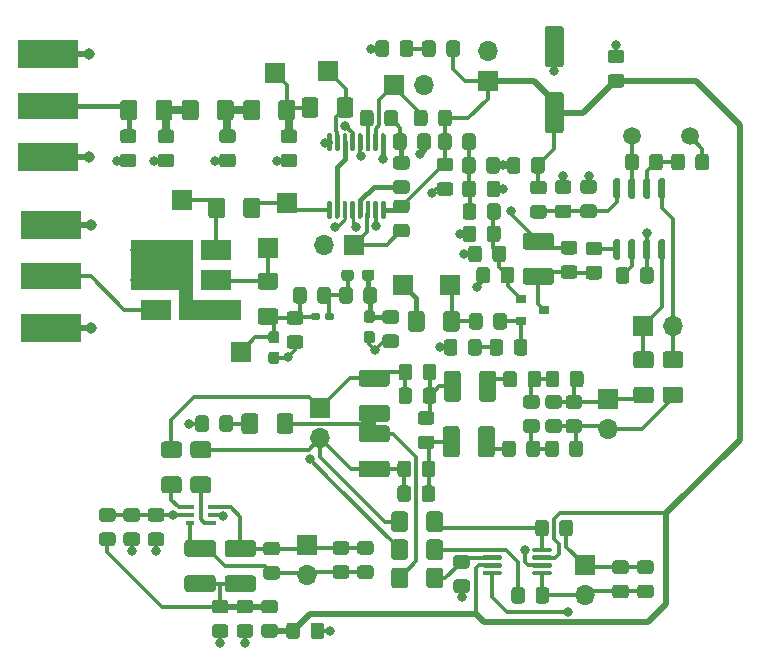
<source format=gbr>
G04 #@! TF.GenerationSoftware,KiCad,Pcbnew,5.1.6-c6e7f7d~86~ubuntu19.10.1*
G04 #@! TF.CreationDate,2021-01-18T20:18:48+01:00*
G04 #@! TF.ProjectId,receiver_test,72656365-6976-4657-925f-746573742e6b,rev?*
G04 #@! TF.SameCoordinates,Original*
G04 #@! TF.FileFunction,Copper,L1,Top*
G04 #@! TF.FilePolarity,Positive*
%FSLAX46Y46*%
G04 Gerber Fmt 4.6, Leading zero omitted, Abs format (unit mm)*
G04 Created by KiCad (PCBNEW 5.1.6-c6e7f7d~86~ubuntu19.10.1) date 2021-01-18 20:18:48*
%MOMM*%
%LPD*%
G01*
G04 APERTURE LIST*
G04 #@! TA.AperFunction,ComponentPad*
%ADD10O,1.700000X1.700000*%
G04 #@! TD*
G04 #@! TA.AperFunction,ComponentPad*
%ADD11R,1.700000X1.700000*%
G04 #@! TD*
G04 #@! TA.AperFunction,ViaPad*
%ADD12C,0.970000*%
G04 #@! TD*
G04 #@! TA.AperFunction,SMDPad,CuDef*
%ADD13R,5.080000X2.420000*%
G04 #@! TD*
G04 #@! TA.AperFunction,SMDPad,CuDef*
%ADD14R,5.080000X2.290000*%
G04 #@! TD*
G04 #@! TA.AperFunction,ComponentPad*
%ADD15C,1.500000*%
G04 #@! TD*
G04 #@! TA.AperFunction,Conductor*
%ADD16R,5.334000X4.191000*%
G04 #@! TD*
G04 #@! TA.AperFunction,SMDPad,CuDef*
%ADD17R,2.540000X1.651000*%
G04 #@! TD*
G04 #@! TA.AperFunction,ViaPad*
%ADD18C,1.016000*%
G04 #@! TD*
G04 #@! TA.AperFunction,Conductor*
%ADD19R,5.334000X1.651000*%
G04 #@! TD*
G04 #@! TA.AperFunction,Conductor*
%ADD20R,1.270000X6.731000*%
G04 #@! TD*
G04 #@! TA.AperFunction,SMDPad,CuDef*
%ADD21R,0.650000X0.400000*%
G04 #@! TD*
G04 #@! TA.AperFunction,SMDPad,CuDef*
%ADD22R,0.900000X0.800000*%
G04 #@! TD*
G04 #@! TA.AperFunction,ViaPad*
%ADD23C,0.800000*%
G04 #@! TD*
G04 #@! TA.AperFunction,Conductor*
%ADD24C,0.457200*%
G04 #@! TD*
G04 #@! TA.AperFunction,Conductor*
%ADD25C,0.300000*%
G04 #@! TD*
G04 #@! TA.AperFunction,Conductor*
%ADD26C,0.635000*%
G04 #@! TD*
G04 #@! TA.AperFunction,Conductor*
%ADD27C,0.508000*%
G04 #@! TD*
G04 #@! TA.AperFunction,Conductor*
%ADD28C,0.250000*%
G04 #@! TD*
G04 APERTURE END LIST*
D10*
X83120000Y-125000000D03*
D11*
X83120000Y-122460000D03*
D10*
X59580000Y-123300000D03*
D11*
X59580000Y-120760000D03*
G04 #@! TA.AperFunction,SMDPad,CuDef*
G36*
G01*
X68050000Y-86149999D02*
X68050000Y-87050001D01*
G75*
G02*
X67800001Y-87300000I-249999J0D01*
G01*
X67149999Y-87300000D01*
G75*
G02*
X66900000Y-87050001I0J249999D01*
G01*
X66900000Y-86149999D01*
G75*
G02*
X67149999Y-85900000I249999J0D01*
G01*
X67800001Y-85900000D01*
G75*
G02*
X68050000Y-86149999I0J-249999D01*
G01*
G37*
G04 #@! TD.AperFunction*
G04 #@! TA.AperFunction,SMDPad,CuDef*
G36*
G01*
X70100000Y-86149999D02*
X70100000Y-87050001D01*
G75*
G02*
X69850001Y-87300000I-249999J0D01*
G01*
X69199999Y-87300000D01*
G75*
G02*
X68950000Y-87050001I0J249999D01*
G01*
X68950000Y-86149999D01*
G75*
G02*
X69199999Y-85900000I249999J0D01*
G01*
X69850001Y-85900000D01*
G75*
G02*
X70100000Y-86149999I0J-249999D01*
G01*
G37*
G04 #@! TD.AperFunction*
G04 #@! TA.AperFunction,SMDPad,CuDef*
G36*
G01*
X68050001Y-88950000D02*
X67149999Y-88950000D01*
G75*
G02*
X66900000Y-88700001I0J249999D01*
G01*
X66900000Y-88049999D01*
G75*
G02*
X67149999Y-87800000I249999J0D01*
G01*
X68050001Y-87800000D01*
G75*
G02*
X68300000Y-88049999I0J-249999D01*
G01*
X68300000Y-88700001D01*
G75*
G02*
X68050001Y-88950000I-249999J0D01*
G01*
G37*
G04 #@! TD.AperFunction*
G04 #@! TA.AperFunction,SMDPad,CuDef*
G36*
G01*
X68050001Y-91000000D02*
X67149999Y-91000000D01*
G75*
G02*
X66900000Y-90750001I0J249999D01*
G01*
X66900000Y-90099999D01*
G75*
G02*
X67149999Y-89850000I249999J0D01*
G01*
X68050001Y-89850000D01*
G75*
G02*
X68300000Y-90099999I0J-249999D01*
G01*
X68300000Y-90750001D01*
G75*
G02*
X68050001Y-91000000I-249999J0D01*
G01*
G37*
G04 #@! TD.AperFunction*
G04 #@! TA.AperFunction,SMDPad,CuDef*
G36*
G01*
X65250000Y-84149999D02*
X65250000Y-85050001D01*
G75*
G02*
X65000001Y-85300000I-249999J0D01*
G01*
X64349999Y-85300000D01*
G75*
G02*
X64100000Y-85050001I0J249999D01*
G01*
X64100000Y-84149999D01*
G75*
G02*
X64349999Y-83900000I249999J0D01*
G01*
X65000001Y-83900000D01*
G75*
G02*
X65250000Y-84149999I0J-249999D01*
G01*
G37*
G04 #@! TD.AperFunction*
G04 #@! TA.AperFunction,SMDPad,CuDef*
G36*
G01*
X67300000Y-84149999D02*
X67300000Y-85050001D01*
G75*
G02*
X67050001Y-85300000I-249999J0D01*
G01*
X66399999Y-85300000D01*
G75*
G02*
X66150000Y-85050001I0J249999D01*
G01*
X66150000Y-84149999D01*
G75*
G02*
X66399999Y-83900000I249999J0D01*
G01*
X67050001Y-83900000D01*
G75*
G02*
X67300000Y-84149999I0J-249999D01*
G01*
G37*
G04 #@! TD.AperFunction*
G04 #@! TA.AperFunction,SMDPad,CuDef*
G36*
G01*
X52200000Y-110910001D02*
X52200000Y-110009999D01*
G75*
G02*
X52449999Y-109760000I249999J0D01*
G01*
X53100001Y-109760000D01*
G75*
G02*
X53350000Y-110009999I0J-249999D01*
G01*
X53350000Y-110910001D01*
G75*
G02*
X53100001Y-111160000I-249999J0D01*
G01*
X52449999Y-111160000D01*
G75*
G02*
X52200000Y-110910001I0J249999D01*
G01*
G37*
G04 #@! TD.AperFunction*
G04 #@! TA.AperFunction,SMDPad,CuDef*
G36*
G01*
X50150000Y-110910001D02*
X50150000Y-110009999D01*
G75*
G02*
X50399999Y-109760000I249999J0D01*
G01*
X51050001Y-109760000D01*
G75*
G02*
X51300000Y-110009999I0J-249999D01*
G01*
X51300000Y-110910001D01*
G75*
G02*
X51050001Y-111160000I-249999J0D01*
G01*
X50399999Y-111160000D01*
G75*
G02*
X50150000Y-110910001I0J249999D01*
G01*
G37*
G04 #@! TD.AperFunction*
G04 #@! TA.AperFunction,SMDPad,CuDef*
G36*
G01*
X78070000Y-124549999D02*
X78070000Y-125450001D01*
G75*
G02*
X77820001Y-125700000I-249999J0D01*
G01*
X77169999Y-125700000D01*
G75*
G02*
X76920000Y-125450001I0J249999D01*
G01*
X76920000Y-124549999D01*
G75*
G02*
X77169999Y-124300000I249999J0D01*
G01*
X77820001Y-124300000D01*
G75*
G02*
X78070000Y-124549999I0J-249999D01*
G01*
G37*
G04 #@! TD.AperFunction*
G04 #@! TA.AperFunction,SMDPad,CuDef*
G36*
G01*
X80120000Y-124549999D02*
X80120000Y-125450001D01*
G75*
G02*
X79870001Y-125700000I-249999J0D01*
G01*
X79219999Y-125700000D01*
G75*
G02*
X78970000Y-125450001I0J249999D01*
G01*
X78970000Y-124549999D01*
G75*
G02*
X79219999Y-124300000I249999J0D01*
G01*
X79870001Y-124300000D01*
G75*
G02*
X80120000Y-124549999I0J-249999D01*
G01*
G37*
G04 #@! TD.AperFunction*
G04 #@! TA.AperFunction,SMDPad,CuDef*
G36*
G01*
X44319999Y-119680000D02*
X45220001Y-119680000D01*
G75*
G02*
X45470000Y-119929999I0J-249999D01*
G01*
X45470000Y-120580001D01*
G75*
G02*
X45220001Y-120830000I-249999J0D01*
G01*
X44319999Y-120830000D01*
G75*
G02*
X44070000Y-120580001I0J249999D01*
G01*
X44070000Y-119929999D01*
G75*
G02*
X44319999Y-119680000I249999J0D01*
G01*
G37*
G04 #@! TD.AperFunction*
G04 #@! TA.AperFunction,SMDPad,CuDef*
G36*
G01*
X44319999Y-117630000D02*
X45220001Y-117630000D01*
G75*
G02*
X45470000Y-117879999I0J-249999D01*
G01*
X45470000Y-118530001D01*
G75*
G02*
X45220001Y-118780000I-249999J0D01*
G01*
X44319999Y-118780000D01*
G75*
G02*
X44070000Y-118530001I0J249999D01*
G01*
X44070000Y-117879999D01*
G75*
G02*
X44319999Y-117630000I249999J0D01*
G01*
G37*
G04 #@! TD.AperFunction*
G04 #@! TA.AperFunction,SMDPad,CuDef*
G36*
G01*
X56890001Y-126540000D02*
X55989999Y-126540000D01*
G75*
G02*
X55740000Y-126290001I0J249999D01*
G01*
X55740000Y-125639999D01*
G75*
G02*
X55989999Y-125390000I249999J0D01*
G01*
X56890001Y-125390000D01*
G75*
G02*
X57140000Y-125639999I0J-249999D01*
G01*
X57140000Y-126290001D01*
G75*
G02*
X56890001Y-126540000I-249999J0D01*
G01*
G37*
G04 #@! TD.AperFunction*
G04 #@! TA.AperFunction,SMDPad,CuDef*
G36*
G01*
X56890001Y-128590000D02*
X55989999Y-128590000D01*
G75*
G02*
X55740000Y-128340001I0J249999D01*
G01*
X55740000Y-127689999D01*
G75*
G02*
X55989999Y-127440000I249999J0D01*
G01*
X56890001Y-127440000D01*
G75*
G02*
X57140000Y-127689999I0J-249999D01*
G01*
X57140000Y-128340001D01*
G75*
G02*
X56890001Y-128590000I-249999J0D01*
G01*
G37*
G04 #@! TD.AperFunction*
G04 #@! TA.AperFunction,SMDPad,CuDef*
G36*
G01*
X43150001Y-118780000D02*
X42249999Y-118780000D01*
G75*
G02*
X42000000Y-118530001I0J249999D01*
G01*
X42000000Y-117879999D01*
G75*
G02*
X42249999Y-117630000I249999J0D01*
G01*
X43150001Y-117630000D01*
G75*
G02*
X43400000Y-117879999I0J-249999D01*
G01*
X43400000Y-118530001D01*
G75*
G02*
X43150001Y-118780000I-249999J0D01*
G01*
G37*
G04 #@! TD.AperFunction*
G04 #@! TA.AperFunction,SMDPad,CuDef*
G36*
G01*
X43150001Y-120830000D02*
X42249999Y-120830000D01*
G75*
G02*
X42000000Y-120580001I0J249999D01*
G01*
X42000000Y-119929999D01*
G75*
G02*
X42249999Y-119680000I249999J0D01*
G01*
X43150001Y-119680000D01*
G75*
G02*
X43400000Y-119929999I0J-249999D01*
G01*
X43400000Y-120580001D01*
G75*
G02*
X43150001Y-120830000I-249999J0D01*
G01*
G37*
G04 #@! TD.AperFunction*
G04 #@! TA.AperFunction,SMDPad,CuDef*
G36*
G01*
X87809999Y-124100000D02*
X88710001Y-124100000D01*
G75*
G02*
X88960000Y-124349999I0J-249999D01*
G01*
X88960000Y-125000001D01*
G75*
G02*
X88710001Y-125250000I-249999J0D01*
G01*
X87809999Y-125250000D01*
G75*
G02*
X87560000Y-125000001I0J249999D01*
G01*
X87560000Y-124349999D01*
G75*
G02*
X87809999Y-124100000I249999J0D01*
G01*
G37*
G04 #@! TD.AperFunction*
G04 #@! TA.AperFunction,SMDPad,CuDef*
G36*
G01*
X87809999Y-122050000D02*
X88710001Y-122050000D01*
G75*
G02*
X88960000Y-122299999I0J-249999D01*
G01*
X88960000Y-122950001D01*
G75*
G02*
X88710001Y-123200000I-249999J0D01*
G01*
X87809999Y-123200000D01*
G75*
G02*
X87560000Y-122950001I0J249999D01*
G01*
X87560000Y-122299999D01*
G75*
G02*
X87809999Y-122050000I249999J0D01*
G01*
G37*
G04 #@! TD.AperFunction*
G04 #@! TA.AperFunction,SMDPad,CuDef*
G36*
G01*
X80080000Y-118859999D02*
X80080000Y-119760001D01*
G75*
G02*
X79830001Y-120010000I-249999J0D01*
G01*
X79179999Y-120010000D01*
G75*
G02*
X78930000Y-119760001I0J249999D01*
G01*
X78930000Y-118859999D01*
G75*
G02*
X79179999Y-118610000I249999J0D01*
G01*
X79830001Y-118610000D01*
G75*
G02*
X80080000Y-118859999I0J-249999D01*
G01*
G37*
G04 #@! TD.AperFunction*
G04 #@! TA.AperFunction,SMDPad,CuDef*
G36*
G01*
X82130000Y-118859999D02*
X82130000Y-119760001D01*
G75*
G02*
X81880001Y-120010000I-249999J0D01*
G01*
X81229999Y-120010000D01*
G75*
G02*
X80980000Y-119760001I0J249999D01*
G01*
X80980000Y-118859999D01*
G75*
G02*
X81229999Y-118610000I249999J0D01*
G01*
X81880001Y-118610000D01*
G75*
G02*
X82130000Y-118859999I0J-249999D01*
G01*
G37*
G04 #@! TD.AperFunction*
G04 #@! TA.AperFunction,SMDPad,CuDef*
G36*
G01*
X64109999Y-122460000D02*
X65010001Y-122460000D01*
G75*
G02*
X65260000Y-122709999I0J-249999D01*
G01*
X65260000Y-123360001D01*
G75*
G02*
X65010001Y-123610000I-249999J0D01*
G01*
X64109999Y-123610000D01*
G75*
G02*
X63860000Y-123360001I0J249999D01*
G01*
X63860000Y-122709999D01*
G75*
G02*
X64109999Y-122460000I249999J0D01*
G01*
G37*
G04 #@! TD.AperFunction*
G04 #@! TA.AperFunction,SMDPad,CuDef*
G36*
G01*
X64109999Y-120410000D02*
X65010001Y-120410000D01*
G75*
G02*
X65260000Y-120659999I0J-249999D01*
G01*
X65260000Y-121310001D01*
G75*
G02*
X65010001Y-121560000I-249999J0D01*
G01*
X64109999Y-121560000D01*
G75*
G02*
X63860000Y-121310001I0J249999D01*
G01*
X63860000Y-120659999D01*
G75*
G02*
X64109999Y-120410000I249999J0D01*
G01*
G37*
G04 #@! TD.AperFunction*
G04 #@! TA.AperFunction,SMDPad,CuDef*
G36*
G01*
X72350000Y-103549999D02*
X72350000Y-104450001D01*
G75*
G02*
X72100001Y-104700000I-249999J0D01*
G01*
X71449999Y-104700000D01*
G75*
G02*
X71200000Y-104450001I0J249999D01*
G01*
X71200000Y-103549999D01*
G75*
G02*
X71449999Y-103300000I249999J0D01*
G01*
X72100001Y-103300000D01*
G75*
G02*
X72350000Y-103549999I0J-249999D01*
G01*
G37*
G04 #@! TD.AperFunction*
G04 #@! TA.AperFunction,SMDPad,CuDef*
G36*
G01*
X74400000Y-103549999D02*
X74400000Y-104450001D01*
G75*
G02*
X74150001Y-104700000I-249999J0D01*
G01*
X73499999Y-104700000D01*
G75*
G02*
X73250000Y-104450001I0J249999D01*
G01*
X73250000Y-103549999D01*
G75*
G02*
X73499999Y-103300000I249999J0D01*
G01*
X74150001Y-103300000D01*
G75*
G02*
X74400000Y-103549999I0J-249999D01*
G01*
G37*
G04 #@! TD.AperFunction*
G04 #@! TA.AperFunction,SMDPad,CuDef*
G36*
G01*
X73950000Y-93949999D02*
X73950000Y-94850001D01*
G75*
G02*
X73700001Y-95100000I-249999J0D01*
G01*
X73049999Y-95100000D01*
G75*
G02*
X72800000Y-94850001I0J249999D01*
G01*
X72800000Y-93949999D01*
G75*
G02*
X73049999Y-93700000I249999J0D01*
G01*
X73700001Y-93700000D01*
G75*
G02*
X73950000Y-93949999I0J-249999D01*
G01*
G37*
G04 #@! TD.AperFunction*
G04 #@! TA.AperFunction,SMDPad,CuDef*
G36*
G01*
X76000000Y-93949999D02*
X76000000Y-94850001D01*
G75*
G02*
X75750001Y-95100000I-249999J0D01*
G01*
X75099999Y-95100000D01*
G75*
G02*
X74850000Y-94850001I0J249999D01*
G01*
X74850000Y-93949999D01*
G75*
G02*
X75099999Y-93700000I249999J0D01*
G01*
X75750001Y-93700000D01*
G75*
G02*
X76000000Y-93949999I0J-249999D01*
G01*
G37*
G04 #@! TD.AperFunction*
G04 #@! TA.AperFunction,SMDPad,CuDef*
G36*
G01*
X74850000Y-92950001D02*
X74850000Y-92049999D01*
G75*
G02*
X75099999Y-91800000I249999J0D01*
G01*
X75750001Y-91800000D01*
G75*
G02*
X76000000Y-92049999I0J-249999D01*
G01*
X76000000Y-92950001D01*
G75*
G02*
X75750001Y-93200000I-249999J0D01*
G01*
X75099999Y-93200000D01*
G75*
G02*
X74850000Y-92950001I0J249999D01*
G01*
G37*
G04 #@! TD.AperFunction*
G04 #@! TA.AperFunction,SMDPad,CuDef*
G36*
G01*
X72800000Y-92950001D02*
X72800000Y-92049999D01*
G75*
G02*
X73049999Y-91800000I249999J0D01*
G01*
X73700001Y-91800000D01*
G75*
G02*
X73950000Y-92049999I0J-249999D01*
G01*
X73950000Y-92950001D01*
G75*
G02*
X73700001Y-93200000I-249999J0D01*
G01*
X73049999Y-93200000D01*
G75*
G02*
X72800000Y-92950001I0J249999D01*
G01*
G37*
G04 #@! TD.AperFunction*
G04 #@! TA.AperFunction,SMDPad,CuDef*
G36*
G01*
X78749999Y-91950000D02*
X79650001Y-91950000D01*
G75*
G02*
X79900000Y-92199999I0J-249999D01*
G01*
X79900000Y-92850001D01*
G75*
G02*
X79650001Y-93100000I-249999J0D01*
G01*
X78749999Y-93100000D01*
G75*
G02*
X78500000Y-92850001I0J249999D01*
G01*
X78500000Y-92199999D01*
G75*
G02*
X78749999Y-91950000I249999J0D01*
G01*
G37*
G04 #@! TD.AperFunction*
G04 #@! TA.AperFunction,SMDPad,CuDef*
G36*
G01*
X78749999Y-89900000D02*
X79650001Y-89900000D01*
G75*
G02*
X79900000Y-90149999I0J-249999D01*
G01*
X79900000Y-90800001D01*
G75*
G02*
X79650001Y-91050000I-249999J0D01*
G01*
X78749999Y-91050000D01*
G75*
G02*
X78500000Y-90800001I0J249999D01*
G01*
X78500000Y-90149999D01*
G75*
G02*
X78749999Y-89900000I249999J0D01*
G01*
G37*
G04 #@! TD.AperFunction*
G04 #@! TA.AperFunction,SMDPad,CuDef*
G36*
G01*
X72750000Y-87050001D02*
X72750000Y-86149999D01*
G75*
G02*
X72999999Y-85900000I249999J0D01*
G01*
X73650001Y-85900000D01*
G75*
G02*
X73900000Y-86149999I0J-249999D01*
G01*
X73900000Y-87050001D01*
G75*
G02*
X73650001Y-87300000I-249999J0D01*
G01*
X72999999Y-87300000D01*
G75*
G02*
X72750000Y-87050001I0J249999D01*
G01*
G37*
G04 #@! TD.AperFunction*
G04 #@! TA.AperFunction,SMDPad,CuDef*
G36*
G01*
X70700000Y-87050001D02*
X70700000Y-86149999D01*
G75*
G02*
X70949999Y-85900000I249999J0D01*
G01*
X71600001Y-85900000D01*
G75*
G02*
X71850000Y-86149999I0J-249999D01*
G01*
X71850000Y-87050001D01*
G75*
G02*
X71600001Y-87300000I-249999J0D01*
G01*
X70949999Y-87300000D01*
G75*
G02*
X70700000Y-87050001I0J249999D01*
G01*
G37*
G04 #@! TD.AperFunction*
G04 #@! TA.AperFunction,SMDPad,CuDef*
G36*
G01*
X69820000Y-84139999D02*
X69820000Y-85040001D01*
G75*
G02*
X69570001Y-85290000I-249999J0D01*
G01*
X68919999Y-85290000D01*
G75*
G02*
X68670000Y-85040001I0J249999D01*
G01*
X68670000Y-84139999D01*
G75*
G02*
X68919999Y-83890000I249999J0D01*
G01*
X69570001Y-83890000D01*
G75*
G02*
X69820000Y-84139999I0J-249999D01*
G01*
G37*
G04 #@! TD.AperFunction*
G04 #@! TA.AperFunction,SMDPad,CuDef*
G36*
G01*
X71870000Y-84139999D02*
X71870000Y-85040001D01*
G75*
G02*
X71620001Y-85290000I-249999J0D01*
G01*
X70969999Y-85290000D01*
G75*
G02*
X70720000Y-85040001I0J249999D01*
G01*
X70720000Y-84139999D01*
G75*
G02*
X70969999Y-83890000I249999J0D01*
G01*
X71620001Y-83890000D01*
G75*
G02*
X71870000Y-84139999I0J-249999D01*
G01*
G37*
G04 #@! TD.AperFunction*
G04 #@! TA.AperFunction,SMDPad,CuDef*
G36*
G01*
X67149999Y-93550000D02*
X68050001Y-93550000D01*
G75*
G02*
X68300000Y-93799999I0J-249999D01*
G01*
X68300000Y-94450001D01*
G75*
G02*
X68050001Y-94700000I-249999J0D01*
G01*
X67149999Y-94700000D01*
G75*
G02*
X66900000Y-94450001I0J249999D01*
G01*
X66900000Y-93799999D01*
G75*
G02*
X67149999Y-93550000I249999J0D01*
G01*
G37*
G04 #@! TD.AperFunction*
G04 #@! TA.AperFunction,SMDPad,CuDef*
G36*
G01*
X67149999Y-91500000D02*
X68050001Y-91500000D01*
G75*
G02*
X68300000Y-91749999I0J-249999D01*
G01*
X68300000Y-92400001D01*
G75*
G02*
X68050001Y-92650000I-249999J0D01*
G01*
X67149999Y-92650000D01*
G75*
G02*
X66900000Y-92400001I0J249999D01*
G01*
X66900000Y-91749999D01*
G75*
G02*
X67149999Y-91500000I249999J0D01*
G01*
G37*
G04 #@! TD.AperFunction*
G04 #@! TA.AperFunction,SMDPad,CuDef*
G36*
G01*
X70510000Y-78259999D02*
X70510000Y-79160001D01*
G75*
G02*
X70260001Y-79410000I-249999J0D01*
G01*
X69609999Y-79410000D01*
G75*
G02*
X69360000Y-79160001I0J249999D01*
G01*
X69360000Y-78259999D01*
G75*
G02*
X69609999Y-78010000I249999J0D01*
G01*
X70260001Y-78010000D01*
G75*
G02*
X70510000Y-78259999I0J-249999D01*
G01*
G37*
G04 #@! TD.AperFunction*
G04 #@! TA.AperFunction,SMDPad,CuDef*
G36*
G01*
X72560000Y-78259999D02*
X72560000Y-79160001D01*
G75*
G02*
X72310001Y-79410000I-249999J0D01*
G01*
X71659999Y-79410000D01*
G75*
G02*
X71410000Y-79160001I0J249999D01*
G01*
X71410000Y-78259999D01*
G75*
G02*
X71659999Y-78010000I249999J0D01*
G01*
X72310001Y-78010000D01*
G75*
G02*
X72560000Y-78259999I0J-249999D01*
G01*
G37*
G04 #@! TD.AperFunction*
G04 #@! TA.AperFunction,SMDPad,CuDef*
G36*
G01*
X72249999Y-123640000D02*
X73150001Y-123640000D01*
G75*
G02*
X73400000Y-123889999I0J-249999D01*
G01*
X73400000Y-124540001D01*
G75*
G02*
X73150001Y-124790000I-249999J0D01*
G01*
X72249999Y-124790000D01*
G75*
G02*
X72000000Y-124540001I0J249999D01*
G01*
X72000000Y-123889999D01*
G75*
G02*
X72249999Y-123640000I249999J0D01*
G01*
G37*
G04 #@! TD.AperFunction*
G04 #@! TA.AperFunction,SMDPad,CuDef*
G36*
G01*
X72249999Y-121590000D02*
X73150001Y-121590000D01*
G75*
G02*
X73400000Y-121839999I0J-249999D01*
G01*
X73400000Y-122490001D01*
G75*
G02*
X73150001Y-122740000I-249999J0D01*
G01*
X72249999Y-122740000D01*
G75*
G02*
X72000000Y-122490001I0J249999D01*
G01*
X72000000Y-121839999D01*
G75*
G02*
X72249999Y-121590000I249999J0D01*
G01*
G37*
G04 #@! TD.AperFunction*
G04 #@! TA.AperFunction,SMDPad,CuDef*
G36*
G01*
X59910000Y-128460001D02*
X59910000Y-127559999D01*
G75*
G02*
X60159999Y-127310000I249999J0D01*
G01*
X60810001Y-127310000D01*
G75*
G02*
X61060000Y-127559999I0J-249999D01*
G01*
X61060000Y-128460001D01*
G75*
G02*
X60810001Y-128710000I-249999J0D01*
G01*
X60159999Y-128710000D01*
G75*
G02*
X59910000Y-128460001I0J249999D01*
G01*
G37*
G04 #@! TD.AperFunction*
G04 #@! TA.AperFunction,SMDPad,CuDef*
G36*
G01*
X57860000Y-128460001D02*
X57860000Y-127559999D01*
G75*
G02*
X58109999Y-127310000I249999J0D01*
G01*
X58760001Y-127310000D01*
G75*
G02*
X59010000Y-127559999I0J-249999D01*
G01*
X59010000Y-128460001D01*
G75*
G02*
X58760001Y-128710000I-249999J0D01*
G01*
X58109999Y-128710000D01*
G75*
G02*
X57860000Y-128460001I0J249999D01*
G01*
G37*
G04 #@! TD.AperFunction*
G04 #@! TA.AperFunction,SMDPad,CuDef*
G36*
G01*
X53909999Y-127440000D02*
X54810001Y-127440000D01*
G75*
G02*
X55060000Y-127689999I0J-249999D01*
G01*
X55060000Y-128340001D01*
G75*
G02*
X54810001Y-128590000I-249999J0D01*
G01*
X53909999Y-128590000D01*
G75*
G02*
X53660000Y-128340001I0J249999D01*
G01*
X53660000Y-127689999D01*
G75*
G02*
X53909999Y-127440000I249999J0D01*
G01*
G37*
G04 #@! TD.AperFunction*
G04 #@! TA.AperFunction,SMDPad,CuDef*
G36*
G01*
X53909999Y-125390000D02*
X54810001Y-125390000D01*
G75*
G02*
X55060000Y-125639999I0J-249999D01*
G01*
X55060000Y-126290001D01*
G75*
G02*
X54810001Y-126540000I-249999J0D01*
G01*
X53909999Y-126540000D01*
G75*
G02*
X53660000Y-126290001I0J249999D01*
G01*
X53660000Y-125639999D01*
G75*
G02*
X53909999Y-125390000I249999J0D01*
G01*
G37*
G04 #@! TD.AperFunction*
G04 #@! TA.AperFunction,SMDPad,CuDef*
G36*
G01*
X51809999Y-127440000D02*
X52710001Y-127440000D01*
G75*
G02*
X52960000Y-127689999I0J-249999D01*
G01*
X52960000Y-128340001D01*
G75*
G02*
X52710001Y-128590000I-249999J0D01*
G01*
X51809999Y-128590000D01*
G75*
G02*
X51560000Y-128340001I0J249999D01*
G01*
X51560000Y-127689999D01*
G75*
G02*
X51809999Y-127440000I249999J0D01*
G01*
G37*
G04 #@! TD.AperFunction*
G04 #@! TA.AperFunction,SMDPad,CuDef*
G36*
G01*
X51809999Y-125390000D02*
X52710001Y-125390000D01*
G75*
G02*
X52960000Y-125639999I0J-249999D01*
G01*
X52960000Y-126290001D01*
G75*
G02*
X52710001Y-126540000I-249999J0D01*
G01*
X51809999Y-126540000D01*
G75*
G02*
X51560000Y-126290001I0J249999D01*
G01*
X51560000Y-125639999D01*
G75*
G02*
X51809999Y-125390000I249999J0D01*
G01*
G37*
G04 #@! TD.AperFunction*
G04 #@! TA.AperFunction,SMDPad,CuDef*
G36*
G01*
X46379999Y-119680000D02*
X47280001Y-119680000D01*
G75*
G02*
X47530000Y-119929999I0J-249999D01*
G01*
X47530000Y-120580001D01*
G75*
G02*
X47280001Y-120830000I-249999J0D01*
G01*
X46379999Y-120830000D01*
G75*
G02*
X46130000Y-120580001I0J249999D01*
G01*
X46130000Y-119929999D01*
G75*
G02*
X46379999Y-119680000I249999J0D01*
G01*
G37*
G04 #@! TD.AperFunction*
G04 #@! TA.AperFunction,SMDPad,CuDef*
G36*
G01*
X46379999Y-117630000D02*
X47280001Y-117630000D01*
G75*
G02*
X47530000Y-117879999I0J-249999D01*
G01*
X47530000Y-118530001D01*
G75*
G02*
X47280001Y-118780000I-249999J0D01*
G01*
X46379999Y-118780000D01*
G75*
G02*
X46130000Y-118530001I0J249999D01*
G01*
X46130000Y-117879999D01*
G75*
G02*
X46379999Y-117630000I249999J0D01*
G01*
G37*
G04 #@! TD.AperFunction*
G04 #@! TA.AperFunction,SMDPad,CuDef*
G36*
G01*
X85699999Y-124100000D02*
X86600001Y-124100000D01*
G75*
G02*
X86850000Y-124349999I0J-249999D01*
G01*
X86850000Y-125000001D01*
G75*
G02*
X86600001Y-125250000I-249999J0D01*
G01*
X85699999Y-125250000D01*
G75*
G02*
X85450000Y-125000001I0J249999D01*
G01*
X85450000Y-124349999D01*
G75*
G02*
X85699999Y-124100000I249999J0D01*
G01*
G37*
G04 #@! TD.AperFunction*
G04 #@! TA.AperFunction,SMDPad,CuDef*
G36*
G01*
X85699999Y-122050000D02*
X86600001Y-122050000D01*
G75*
G02*
X86850000Y-122299999I0J-249999D01*
G01*
X86850000Y-122950001D01*
G75*
G02*
X86600001Y-123200000I-249999J0D01*
G01*
X85699999Y-123200000D01*
G75*
G02*
X85450000Y-122950001I0J249999D01*
G01*
X85450000Y-122299999D01*
G75*
G02*
X85699999Y-122050000I249999J0D01*
G01*
G37*
G04 #@! TD.AperFunction*
G04 #@! TA.AperFunction,SMDPad,CuDef*
G36*
G01*
X62039999Y-122460000D02*
X62940001Y-122460000D01*
G75*
G02*
X63190000Y-122709999I0J-249999D01*
G01*
X63190000Y-123360001D01*
G75*
G02*
X62940001Y-123610000I-249999J0D01*
G01*
X62039999Y-123610000D01*
G75*
G02*
X61790000Y-123360001I0J249999D01*
G01*
X61790000Y-122709999D01*
G75*
G02*
X62039999Y-122460000I249999J0D01*
G01*
G37*
G04 #@! TD.AperFunction*
G04 #@! TA.AperFunction,SMDPad,CuDef*
G36*
G01*
X62039999Y-120410000D02*
X62940001Y-120410000D01*
G75*
G02*
X63190000Y-120659999I0J-249999D01*
G01*
X63190000Y-121310001D01*
G75*
G02*
X62940001Y-121560000I-249999J0D01*
G01*
X62039999Y-121560000D01*
G75*
G02*
X61790000Y-121310001I0J249999D01*
G01*
X61790000Y-120659999D01*
G75*
G02*
X62039999Y-120410000I249999J0D01*
G01*
G37*
G04 #@! TD.AperFunction*
G04 #@! TA.AperFunction,SMDPad,CuDef*
G36*
G01*
X57070001Y-121620000D02*
X56169999Y-121620000D01*
G75*
G02*
X55920000Y-121370001I0J249999D01*
G01*
X55920000Y-120719999D01*
G75*
G02*
X56169999Y-120470000I249999J0D01*
G01*
X57070001Y-120470000D01*
G75*
G02*
X57320000Y-120719999I0J-249999D01*
G01*
X57320000Y-121370001D01*
G75*
G02*
X57070001Y-121620000I-249999J0D01*
G01*
G37*
G04 #@! TD.AperFunction*
G04 #@! TA.AperFunction,SMDPad,CuDef*
G36*
G01*
X57070001Y-123670000D02*
X56169999Y-123670000D01*
G75*
G02*
X55920000Y-123420001I0J249999D01*
G01*
X55920000Y-122769999D01*
G75*
G02*
X56169999Y-122520000I249999J0D01*
G01*
X57070001Y-122520000D01*
G75*
G02*
X57320000Y-122769999I0J-249999D01*
G01*
X57320000Y-123420001D01*
G75*
G02*
X57070001Y-123670000I-249999J0D01*
G01*
G37*
G04 #@! TD.AperFunction*
G04 #@! TA.AperFunction,SMDPad,CuDef*
G36*
G01*
X68422500Y-115949999D02*
X68422500Y-116850001D01*
G75*
G02*
X68172501Y-117100000I-249999J0D01*
G01*
X67522499Y-117100000D01*
G75*
G02*
X67272500Y-116850001I0J249999D01*
G01*
X67272500Y-115949999D01*
G75*
G02*
X67522499Y-115700000I249999J0D01*
G01*
X68172501Y-115700000D01*
G75*
G02*
X68422500Y-115949999I0J-249999D01*
G01*
G37*
G04 #@! TD.AperFunction*
G04 #@! TA.AperFunction,SMDPad,CuDef*
G36*
G01*
X70472500Y-115949999D02*
X70472500Y-116850001D01*
G75*
G02*
X70222501Y-117100000I-249999J0D01*
G01*
X69572499Y-117100000D01*
G75*
G02*
X69322500Y-116850001I0J249999D01*
G01*
X69322500Y-115949999D01*
G75*
G02*
X69572499Y-115700000I249999J0D01*
G01*
X70222501Y-115700000D01*
G75*
G02*
X70472500Y-115949999I0J-249999D01*
G01*
G37*
G04 #@! TD.AperFunction*
G04 #@! TA.AperFunction,SMDPad,CuDef*
G36*
G01*
X68422500Y-113849999D02*
X68422500Y-114750001D01*
G75*
G02*
X68172501Y-115000000I-249999J0D01*
G01*
X67522499Y-115000000D01*
G75*
G02*
X67272500Y-114750001I0J249999D01*
G01*
X67272500Y-113849999D01*
G75*
G02*
X67522499Y-113600000I249999J0D01*
G01*
X68172501Y-113600000D01*
G75*
G02*
X68422500Y-113849999I0J-249999D01*
G01*
G37*
G04 #@! TD.AperFunction*
G04 #@! TA.AperFunction,SMDPad,CuDef*
G36*
G01*
X70472500Y-113849999D02*
X70472500Y-114750001D01*
G75*
G02*
X70222501Y-115000000I-249999J0D01*
G01*
X69572499Y-115000000D01*
G75*
G02*
X69322500Y-114750001I0J249999D01*
G01*
X69322500Y-113849999D01*
G75*
G02*
X69572499Y-113600000I249999J0D01*
G01*
X70222501Y-113600000D01*
G75*
G02*
X70472500Y-113849999I0J-249999D01*
G01*
G37*
G04 #@! TD.AperFunction*
G04 #@! TA.AperFunction,SMDPad,CuDef*
G36*
G01*
X78187500Y-113050001D02*
X78187500Y-112149999D01*
G75*
G02*
X78437499Y-111900000I249999J0D01*
G01*
X79087501Y-111900000D01*
G75*
G02*
X79337500Y-112149999I0J-249999D01*
G01*
X79337500Y-113050001D01*
G75*
G02*
X79087501Y-113300000I-249999J0D01*
G01*
X78437499Y-113300000D01*
G75*
G02*
X78187500Y-113050001I0J249999D01*
G01*
G37*
G04 #@! TD.AperFunction*
G04 #@! TA.AperFunction,SMDPad,CuDef*
G36*
G01*
X76137500Y-113050001D02*
X76137500Y-112149999D01*
G75*
G02*
X76387499Y-111900000I249999J0D01*
G01*
X77037501Y-111900000D01*
G75*
G02*
X77287500Y-112149999I0J-249999D01*
G01*
X77287500Y-113050001D01*
G75*
G02*
X77037501Y-113300000I-249999J0D01*
G01*
X76387499Y-113300000D01*
G75*
G02*
X76137500Y-113050001I0J249999D01*
G01*
G37*
G04 #@! TD.AperFunction*
G04 #@! TA.AperFunction,SMDPad,CuDef*
G36*
G01*
X78149999Y-110087500D02*
X79050001Y-110087500D01*
G75*
G02*
X79300000Y-110337499I0J-249999D01*
G01*
X79300000Y-110987501D01*
G75*
G02*
X79050001Y-111237500I-249999J0D01*
G01*
X78149999Y-111237500D01*
G75*
G02*
X77900000Y-110987501I0J249999D01*
G01*
X77900000Y-110337499D01*
G75*
G02*
X78149999Y-110087500I249999J0D01*
G01*
G37*
G04 #@! TD.AperFunction*
G04 #@! TA.AperFunction,SMDPad,CuDef*
G36*
G01*
X78149999Y-108037500D02*
X79050001Y-108037500D01*
G75*
G02*
X79300000Y-108287499I0J-249999D01*
G01*
X79300000Y-108937501D01*
G75*
G02*
X79050001Y-109187500I-249999J0D01*
G01*
X78149999Y-109187500D01*
G75*
G02*
X77900000Y-108937501I0J249999D01*
G01*
X77900000Y-108287499D01*
G75*
G02*
X78149999Y-108037500I249999J0D01*
G01*
G37*
G04 #@! TD.AperFunction*
G04 #@! TA.AperFunction,SMDPad,CuDef*
G36*
G01*
X81749999Y-110112500D02*
X82650001Y-110112500D01*
G75*
G02*
X82900000Y-110362499I0J-249999D01*
G01*
X82900000Y-111012501D01*
G75*
G02*
X82650001Y-111262500I-249999J0D01*
G01*
X81749999Y-111262500D01*
G75*
G02*
X81500000Y-111012501I0J249999D01*
G01*
X81500000Y-110362499D01*
G75*
G02*
X81749999Y-110112500I249999J0D01*
G01*
G37*
G04 #@! TD.AperFunction*
G04 #@! TA.AperFunction,SMDPad,CuDef*
G36*
G01*
X81749999Y-108062500D02*
X82650001Y-108062500D01*
G75*
G02*
X82900000Y-108312499I0J-249999D01*
G01*
X82900000Y-108962501D01*
G75*
G02*
X82650001Y-109212500I-249999J0D01*
G01*
X81749999Y-109212500D01*
G75*
G02*
X81500000Y-108962501I0J249999D01*
G01*
X81500000Y-108312499D01*
G75*
G02*
X81749999Y-108062500I249999J0D01*
G01*
G37*
G04 #@! TD.AperFunction*
G04 #@! TA.AperFunction,SMDPad,CuDef*
G36*
G01*
X80049999Y-110087500D02*
X80950001Y-110087500D01*
G75*
G02*
X81200000Y-110337499I0J-249999D01*
G01*
X81200000Y-110987501D01*
G75*
G02*
X80950001Y-111237500I-249999J0D01*
G01*
X80049999Y-111237500D01*
G75*
G02*
X79800000Y-110987501I0J249999D01*
G01*
X79800000Y-110337499D01*
G75*
G02*
X80049999Y-110087500I249999J0D01*
G01*
G37*
G04 #@! TD.AperFunction*
G04 #@! TA.AperFunction,SMDPad,CuDef*
G36*
G01*
X80049999Y-108037500D02*
X80950001Y-108037500D01*
G75*
G02*
X81200000Y-108287499I0J-249999D01*
G01*
X81200000Y-108937501D01*
G75*
G02*
X80950001Y-109187500I-249999J0D01*
G01*
X80049999Y-109187500D01*
G75*
G02*
X79800000Y-108937501I0J249999D01*
G01*
X79800000Y-108287499D01*
G75*
G02*
X80049999Y-108037500I249999J0D01*
G01*
G37*
G04 #@! TD.AperFunction*
G04 #@! TA.AperFunction,SMDPad,CuDef*
G36*
G01*
X69412500Y-106550001D02*
X69412500Y-105649999D01*
G75*
G02*
X69662499Y-105400000I249999J0D01*
G01*
X70312501Y-105400000D01*
G75*
G02*
X70562500Y-105649999I0J-249999D01*
G01*
X70562500Y-106550001D01*
G75*
G02*
X70312501Y-106800000I-249999J0D01*
G01*
X69662499Y-106800000D01*
G75*
G02*
X69412500Y-106550001I0J249999D01*
G01*
G37*
G04 #@! TD.AperFunction*
G04 #@! TA.AperFunction,SMDPad,CuDef*
G36*
G01*
X67362500Y-106550001D02*
X67362500Y-105649999D01*
G75*
G02*
X67612499Y-105400000I249999J0D01*
G01*
X68262501Y-105400000D01*
G75*
G02*
X68512500Y-105649999I0J-249999D01*
G01*
X68512500Y-106550001D01*
G75*
G02*
X68262501Y-106800000I-249999J0D01*
G01*
X67612499Y-106800000D01*
G75*
G02*
X67362500Y-106550001I0J249999D01*
G01*
G37*
G04 #@! TD.AperFunction*
G04 #@! TA.AperFunction,SMDPad,CuDef*
G36*
G01*
X78287500Y-107150001D02*
X78287500Y-106249999D01*
G75*
G02*
X78537499Y-106000000I249999J0D01*
G01*
X79187501Y-106000000D01*
G75*
G02*
X79437500Y-106249999I0J-249999D01*
G01*
X79437500Y-107150001D01*
G75*
G02*
X79187501Y-107400000I-249999J0D01*
G01*
X78537499Y-107400000D01*
G75*
G02*
X78287500Y-107150001I0J249999D01*
G01*
G37*
G04 #@! TD.AperFunction*
G04 #@! TA.AperFunction,SMDPad,CuDef*
G36*
G01*
X76237500Y-107150001D02*
X76237500Y-106249999D01*
G75*
G02*
X76487499Y-106000000I249999J0D01*
G01*
X77137501Y-106000000D01*
G75*
G02*
X77387500Y-106249999I0J-249999D01*
G01*
X77387500Y-107150001D01*
G75*
G02*
X77137501Y-107400000I-249999J0D01*
G01*
X76487499Y-107400000D01*
G75*
G02*
X76237500Y-107150001I0J249999D01*
G01*
G37*
G04 #@! TD.AperFunction*
G04 #@! TA.AperFunction,SMDPad,CuDef*
G36*
G01*
X69412500Y-108550001D02*
X69412500Y-107649999D01*
G75*
G02*
X69662499Y-107400000I249999J0D01*
G01*
X70312501Y-107400000D01*
G75*
G02*
X70562500Y-107649999I0J-249999D01*
G01*
X70562500Y-108550001D01*
G75*
G02*
X70312501Y-108800000I-249999J0D01*
G01*
X69662499Y-108800000D01*
G75*
G02*
X69412500Y-108550001I0J249999D01*
G01*
G37*
G04 #@! TD.AperFunction*
G04 #@! TA.AperFunction,SMDPad,CuDef*
G36*
G01*
X67362500Y-108550001D02*
X67362500Y-107649999D01*
G75*
G02*
X67612499Y-107400000I249999J0D01*
G01*
X68262501Y-107400000D01*
G75*
G02*
X68512500Y-107649999I0J-249999D01*
G01*
X68512500Y-108550001D01*
G75*
G02*
X68262501Y-108800000I-249999J0D01*
G01*
X67612499Y-108800000D01*
G75*
G02*
X67362500Y-108550001I0J249999D01*
G01*
G37*
G04 #@! TD.AperFunction*
G04 #@! TA.AperFunction,SMDPad,CuDef*
G36*
G01*
X92500000Y-88770001D02*
X92500000Y-87869999D01*
G75*
G02*
X92749999Y-87620000I249999J0D01*
G01*
X93400001Y-87620000D01*
G75*
G02*
X93650000Y-87869999I0J-249999D01*
G01*
X93650000Y-88770001D01*
G75*
G02*
X93400001Y-89020000I-249999J0D01*
G01*
X92749999Y-89020000D01*
G75*
G02*
X92500000Y-88770001I0J249999D01*
G01*
G37*
G04 #@! TD.AperFunction*
G04 #@! TA.AperFunction,SMDPad,CuDef*
G36*
G01*
X90450000Y-88770001D02*
X90450000Y-87869999D01*
G75*
G02*
X90699999Y-87620000I249999J0D01*
G01*
X91350001Y-87620000D01*
G75*
G02*
X91600000Y-87869999I0J-249999D01*
G01*
X91600000Y-88770001D01*
G75*
G02*
X91350001Y-89020000I-249999J0D01*
G01*
X90699999Y-89020000D01*
G75*
G02*
X90450000Y-88770001I0J249999D01*
G01*
G37*
G04 #@! TD.AperFunction*
G04 #@! TA.AperFunction,SMDPad,CuDef*
G36*
G01*
X88600000Y-88770001D02*
X88600000Y-87869999D01*
G75*
G02*
X88849999Y-87620000I249999J0D01*
G01*
X89500001Y-87620000D01*
G75*
G02*
X89750000Y-87869999I0J-249999D01*
G01*
X89750000Y-88770001D01*
G75*
G02*
X89500001Y-89020000I-249999J0D01*
G01*
X88849999Y-89020000D01*
G75*
G02*
X88600000Y-88770001I0J249999D01*
G01*
G37*
G04 #@! TD.AperFunction*
G04 #@! TA.AperFunction,SMDPad,CuDef*
G36*
G01*
X86550000Y-88770001D02*
X86550000Y-87869999D01*
G75*
G02*
X86799999Y-87620000I249999J0D01*
G01*
X87450001Y-87620000D01*
G75*
G02*
X87700000Y-87869999I0J-249999D01*
G01*
X87700000Y-88770001D01*
G75*
G02*
X87450001Y-89020000I-249999J0D01*
G01*
X86799999Y-89020000D01*
G75*
G02*
X86550000Y-88770001I0J249999D01*
G01*
G37*
G04 #@! TD.AperFunction*
G04 #@! TA.AperFunction,SMDPad,CuDef*
G36*
G01*
X75387500Y-102250001D02*
X75387500Y-101349999D01*
G75*
G02*
X75637499Y-101100000I249999J0D01*
G01*
X76287501Y-101100000D01*
G75*
G02*
X76537500Y-101349999I0J-249999D01*
G01*
X76537500Y-102250001D01*
G75*
G02*
X76287501Y-102500000I-249999J0D01*
G01*
X75637499Y-102500000D01*
G75*
G02*
X75387500Y-102250001I0J249999D01*
G01*
G37*
G04 #@! TD.AperFunction*
G04 #@! TA.AperFunction,SMDPad,CuDef*
G36*
G01*
X73337500Y-102250001D02*
X73337500Y-101349999D01*
G75*
G02*
X73587499Y-101100000I249999J0D01*
G01*
X74237501Y-101100000D01*
G75*
G02*
X74487500Y-101349999I0J-249999D01*
G01*
X74487500Y-102250001D01*
G75*
G02*
X74237501Y-102500000I-249999J0D01*
G01*
X73587499Y-102500000D01*
G75*
G02*
X73337500Y-102250001I0J249999D01*
G01*
G37*
G04 #@! TD.AperFunction*
G04 #@! TA.AperFunction,SMDPad,CuDef*
G36*
G01*
X74412500Y-95649999D02*
X74412500Y-96550001D01*
G75*
G02*
X74162501Y-96800000I-249999J0D01*
G01*
X73512499Y-96800000D01*
G75*
G02*
X73262500Y-96550001I0J249999D01*
G01*
X73262500Y-95649999D01*
G75*
G02*
X73512499Y-95400000I249999J0D01*
G01*
X74162501Y-95400000D01*
G75*
G02*
X74412500Y-95649999I0J-249999D01*
G01*
G37*
G04 #@! TD.AperFunction*
G04 #@! TA.AperFunction,SMDPad,CuDef*
G36*
G01*
X76462500Y-95649999D02*
X76462500Y-96550001D01*
G75*
G02*
X76212501Y-96800000I-249999J0D01*
G01*
X75562499Y-96800000D01*
G75*
G02*
X75312500Y-96550001I0J249999D01*
G01*
X75312500Y-95649999D01*
G75*
G02*
X75562499Y-95400000I249999J0D01*
G01*
X76212501Y-95400000D01*
G75*
G02*
X76462500Y-95649999I0J-249999D01*
G01*
G37*
G04 #@! TD.AperFunction*
G04 #@! TA.AperFunction,SMDPad,CuDef*
G36*
G01*
X75112500Y-97449999D02*
X75112500Y-98350001D01*
G75*
G02*
X74862501Y-98600000I-249999J0D01*
G01*
X74212499Y-98600000D01*
G75*
G02*
X73962500Y-98350001I0J249999D01*
G01*
X73962500Y-97449999D01*
G75*
G02*
X74212499Y-97200000I249999J0D01*
G01*
X74862501Y-97200000D01*
G75*
G02*
X75112500Y-97449999I0J-249999D01*
G01*
G37*
G04 #@! TD.AperFunction*
G04 #@! TA.AperFunction,SMDPad,CuDef*
G36*
G01*
X77162500Y-97449999D02*
X77162500Y-98350001D01*
G75*
G02*
X76912501Y-98600000I-249999J0D01*
G01*
X76262499Y-98600000D01*
G75*
G02*
X76012500Y-98350001I0J249999D01*
G01*
X76012500Y-97449999D01*
G75*
G02*
X76262499Y-97200000I249999J0D01*
G01*
X76912501Y-97200000D01*
G75*
G02*
X77162500Y-97449999I0J-249999D01*
G01*
G37*
G04 #@! TD.AperFunction*
G04 #@! TA.AperFunction,SMDPad,CuDef*
G36*
G01*
X87810000Y-98360001D02*
X87810000Y-97459999D01*
G75*
G02*
X88059999Y-97210000I249999J0D01*
G01*
X88710001Y-97210000D01*
G75*
G02*
X88960000Y-97459999I0J-249999D01*
G01*
X88960000Y-98360001D01*
G75*
G02*
X88710001Y-98610000I-249999J0D01*
G01*
X88059999Y-98610000D01*
G75*
G02*
X87810000Y-98360001I0J249999D01*
G01*
G37*
G04 #@! TD.AperFunction*
G04 #@! TA.AperFunction,SMDPad,CuDef*
G36*
G01*
X85760000Y-98360001D02*
X85760000Y-97459999D01*
G75*
G02*
X86009999Y-97210000I249999J0D01*
G01*
X86660001Y-97210000D01*
G75*
G02*
X86910000Y-97459999I0J-249999D01*
G01*
X86910000Y-98360001D01*
G75*
G02*
X86660001Y-98610000I-249999J0D01*
G01*
X86009999Y-98610000D01*
G75*
G02*
X85760000Y-98360001I0J249999D01*
G01*
G37*
G04 #@! TD.AperFunction*
G04 #@! TA.AperFunction,SMDPad,CuDef*
G36*
G01*
X83449999Y-97112500D02*
X84350001Y-97112500D01*
G75*
G02*
X84600000Y-97362499I0J-249999D01*
G01*
X84600000Y-98012501D01*
G75*
G02*
X84350001Y-98262500I-249999J0D01*
G01*
X83449999Y-98262500D01*
G75*
G02*
X83200000Y-98012501I0J249999D01*
G01*
X83200000Y-97362499D01*
G75*
G02*
X83449999Y-97112500I249999J0D01*
G01*
G37*
G04 #@! TD.AperFunction*
G04 #@! TA.AperFunction,SMDPad,CuDef*
G36*
G01*
X83449999Y-95062500D02*
X84350001Y-95062500D01*
G75*
G02*
X84600000Y-95312499I0J-249999D01*
G01*
X84600000Y-95962501D01*
G75*
G02*
X84350001Y-96212500I-249999J0D01*
G01*
X83449999Y-96212500D01*
G75*
G02*
X83200000Y-95962501I0J249999D01*
G01*
X83200000Y-95312499D01*
G75*
G02*
X83449999Y-95062500I249999J0D01*
G01*
G37*
G04 #@! TD.AperFunction*
G04 #@! TA.AperFunction,SMDPad,CuDef*
G36*
G01*
X81349999Y-97050000D02*
X82250001Y-97050000D01*
G75*
G02*
X82500000Y-97299999I0J-249999D01*
G01*
X82500000Y-97950001D01*
G75*
G02*
X82250001Y-98200000I-249999J0D01*
G01*
X81349999Y-98200000D01*
G75*
G02*
X81100000Y-97950001I0J249999D01*
G01*
X81100000Y-97299999D01*
G75*
G02*
X81349999Y-97050000I249999J0D01*
G01*
G37*
G04 #@! TD.AperFunction*
G04 #@! TA.AperFunction,SMDPad,CuDef*
G36*
G01*
X81349999Y-95000000D02*
X82250001Y-95000000D01*
G75*
G02*
X82500000Y-95249999I0J-249999D01*
G01*
X82500000Y-95900001D01*
G75*
G02*
X82250001Y-96150000I-249999J0D01*
G01*
X81349999Y-96150000D01*
G75*
G02*
X81100000Y-95900001I0J249999D01*
G01*
X81100000Y-95249999D01*
G75*
G02*
X81349999Y-95000000I249999J0D01*
G01*
G37*
G04 #@! TD.AperFunction*
G04 #@! TA.AperFunction,SMDPad,CuDef*
G36*
G01*
X77687500Y-88149999D02*
X77687500Y-89050001D01*
G75*
G02*
X77437501Y-89300000I-249999J0D01*
G01*
X76787499Y-89300000D01*
G75*
G02*
X76537500Y-89050001I0J249999D01*
G01*
X76537500Y-88149999D01*
G75*
G02*
X76787499Y-87900000I249999J0D01*
G01*
X77437501Y-87900000D01*
G75*
G02*
X77687500Y-88149999I0J-249999D01*
G01*
G37*
G04 #@! TD.AperFunction*
G04 #@! TA.AperFunction,SMDPad,CuDef*
G36*
G01*
X79737500Y-88149999D02*
X79737500Y-89050001D01*
G75*
G02*
X79487501Y-89300000I-249999J0D01*
G01*
X78837499Y-89300000D01*
G75*
G02*
X78587500Y-89050001I0J249999D01*
G01*
X78587500Y-88149999D01*
G75*
G02*
X78837499Y-87900000I249999J0D01*
G01*
X79487501Y-87900000D01*
G75*
G02*
X79737500Y-88149999I0J-249999D01*
G01*
G37*
G04 #@! TD.AperFunction*
G04 #@! TA.AperFunction,SMDPad,CuDef*
G36*
G01*
X81750001Y-91012500D02*
X80849999Y-91012500D01*
G75*
G02*
X80600000Y-90762501I0J249999D01*
G01*
X80600000Y-90112499D01*
G75*
G02*
X80849999Y-89862500I249999J0D01*
G01*
X81750001Y-89862500D01*
G75*
G02*
X82000000Y-90112499I0J-249999D01*
G01*
X82000000Y-90762501D01*
G75*
G02*
X81750001Y-91012500I-249999J0D01*
G01*
G37*
G04 #@! TD.AperFunction*
G04 #@! TA.AperFunction,SMDPad,CuDef*
G36*
G01*
X81750001Y-93062500D02*
X80849999Y-93062500D01*
G75*
G02*
X80600000Y-92812501I0J249999D01*
G01*
X80600000Y-92162499D01*
G75*
G02*
X80849999Y-91912500I249999J0D01*
G01*
X81750001Y-91912500D01*
G75*
G02*
X82000000Y-92162499I0J-249999D01*
G01*
X82000000Y-92812501D01*
G75*
G02*
X81750001Y-93062500I-249999J0D01*
G01*
G37*
G04 #@! TD.AperFunction*
G04 #@! TA.AperFunction,SMDPad,CuDef*
G36*
G01*
X83900001Y-91000000D02*
X82999999Y-91000000D01*
G75*
G02*
X82750000Y-90750001I0J249999D01*
G01*
X82750000Y-90099999D01*
G75*
G02*
X82999999Y-89850000I249999J0D01*
G01*
X83900001Y-89850000D01*
G75*
G02*
X84150000Y-90099999I0J-249999D01*
G01*
X84150000Y-90750001D01*
G75*
G02*
X83900001Y-91000000I-249999J0D01*
G01*
G37*
G04 #@! TD.AperFunction*
G04 #@! TA.AperFunction,SMDPad,CuDef*
G36*
G01*
X83900001Y-93050000D02*
X82999999Y-93050000D01*
G75*
G02*
X82750000Y-92800001I0J249999D01*
G01*
X82750000Y-92149999D01*
G75*
G02*
X82999999Y-91900000I249999J0D01*
G01*
X83900001Y-91900000D01*
G75*
G02*
X84150000Y-92149999I0J-249999D01*
G01*
X84150000Y-92800001D01*
G75*
G02*
X83900001Y-93050000I-249999J0D01*
G01*
G37*
G04 #@! TD.AperFunction*
G04 #@! TA.AperFunction,SMDPad,CuDef*
G36*
G01*
X74787500Y-89050001D02*
X74787500Y-88149999D01*
G75*
G02*
X75037499Y-87900000I249999J0D01*
G01*
X75687501Y-87900000D01*
G75*
G02*
X75937500Y-88149999I0J-249999D01*
G01*
X75937500Y-89050001D01*
G75*
G02*
X75687501Y-89300000I-249999J0D01*
G01*
X75037499Y-89300000D01*
G75*
G02*
X74787500Y-89050001I0J249999D01*
G01*
G37*
G04 #@! TD.AperFunction*
G04 #@! TA.AperFunction,SMDPad,CuDef*
G36*
G01*
X72737500Y-89050001D02*
X72737500Y-88149999D01*
G75*
G02*
X72987499Y-87900000I249999J0D01*
G01*
X73637501Y-87900000D01*
G75*
G02*
X73887500Y-88149999I0J-249999D01*
G01*
X73887500Y-89050001D01*
G75*
G02*
X73637501Y-89300000I-249999J0D01*
G01*
X72987499Y-89300000D01*
G75*
G02*
X72737500Y-89050001I0J249999D01*
G01*
G37*
G04 #@! TD.AperFunction*
G04 #@! TA.AperFunction,SMDPad,CuDef*
G36*
G01*
X74812500Y-91050001D02*
X74812500Y-90149999D01*
G75*
G02*
X75062499Y-89900000I249999J0D01*
G01*
X75712501Y-89900000D01*
G75*
G02*
X75962500Y-90149999I0J-249999D01*
G01*
X75962500Y-91050001D01*
G75*
G02*
X75712501Y-91300000I-249999J0D01*
G01*
X75062499Y-91300000D01*
G75*
G02*
X74812500Y-91050001I0J249999D01*
G01*
G37*
G04 #@! TD.AperFunction*
G04 #@! TA.AperFunction,SMDPad,CuDef*
G36*
G01*
X72762500Y-91050001D02*
X72762500Y-90149999D01*
G75*
G02*
X73012499Y-89900000I249999J0D01*
G01*
X73662501Y-89900000D01*
G75*
G02*
X73912500Y-90149999I0J-249999D01*
G01*
X73912500Y-91050001D01*
G75*
G02*
X73662501Y-91300000I-249999J0D01*
G01*
X73012499Y-91300000D01*
G75*
G02*
X72762500Y-91050001I0J249999D01*
G01*
G37*
G04 #@! TD.AperFunction*
G04 #@! TA.AperFunction,SMDPad,CuDef*
G36*
G01*
X70849999Y-90012500D02*
X71750001Y-90012500D01*
G75*
G02*
X72000000Y-90262499I0J-249999D01*
G01*
X72000000Y-90912501D01*
G75*
G02*
X71750001Y-91162500I-249999J0D01*
G01*
X70849999Y-91162500D01*
G75*
G02*
X70600000Y-90912501I0J249999D01*
G01*
X70600000Y-90262499D01*
G75*
G02*
X70849999Y-90012500I249999J0D01*
G01*
G37*
G04 #@! TD.AperFunction*
G04 #@! TA.AperFunction,SMDPad,CuDef*
G36*
G01*
X70849999Y-87962500D02*
X71750001Y-87962500D01*
G75*
G02*
X72000000Y-88212499I0J-249999D01*
G01*
X72000000Y-88862501D01*
G75*
G02*
X71750001Y-89112500I-249999J0D01*
G01*
X70849999Y-89112500D01*
G75*
G02*
X70600000Y-88862501I0J249999D01*
G01*
X70600000Y-88212499D01*
G75*
G02*
X70849999Y-87962500I249999J0D01*
G01*
G37*
G04 #@! TD.AperFunction*
G04 #@! TA.AperFunction,SMDPad,CuDef*
G36*
G01*
X66249999Y-102912500D02*
X67150001Y-102912500D01*
G75*
G02*
X67400000Y-103162499I0J-249999D01*
G01*
X67400000Y-103812501D01*
G75*
G02*
X67150001Y-104062500I-249999J0D01*
G01*
X66249999Y-104062500D01*
G75*
G02*
X66000000Y-103812501I0J249999D01*
G01*
X66000000Y-103162499D01*
G75*
G02*
X66249999Y-102912500I249999J0D01*
G01*
G37*
G04 #@! TD.AperFunction*
G04 #@! TA.AperFunction,SMDPad,CuDef*
G36*
G01*
X66249999Y-100862500D02*
X67150001Y-100862500D01*
G75*
G02*
X67400000Y-101112499I0J-249999D01*
G01*
X67400000Y-101762501D01*
G75*
G02*
X67150001Y-102012500I-249999J0D01*
G01*
X66249999Y-102012500D01*
G75*
G02*
X66000000Y-101762501I0J249999D01*
G01*
X66000000Y-101112499D01*
G75*
G02*
X66249999Y-100862500I249999J0D01*
G01*
G37*
G04 #@! TD.AperFunction*
G04 #@! TA.AperFunction,SMDPad,CuDef*
G36*
G01*
X58149999Y-102987500D02*
X59050001Y-102987500D01*
G75*
G02*
X59300000Y-103237499I0J-249999D01*
G01*
X59300000Y-103887501D01*
G75*
G02*
X59050001Y-104137500I-249999J0D01*
G01*
X58149999Y-104137500D01*
G75*
G02*
X57900000Y-103887501I0J249999D01*
G01*
X57900000Y-103237499D01*
G75*
G02*
X58149999Y-102987500I249999J0D01*
G01*
G37*
G04 #@! TD.AperFunction*
G04 #@! TA.AperFunction,SMDPad,CuDef*
G36*
G01*
X58149999Y-100937500D02*
X59050001Y-100937500D01*
G75*
G02*
X59300000Y-101187499I0J-249999D01*
G01*
X59300000Y-101837501D01*
G75*
G02*
X59050001Y-102087500I-249999J0D01*
G01*
X58149999Y-102087500D01*
G75*
G02*
X57900000Y-101837501I0J249999D01*
G01*
X57900000Y-101187499D01*
G75*
G02*
X58149999Y-100937500I249999J0D01*
G01*
G37*
G04 #@! TD.AperFunction*
G04 #@! TA.AperFunction,SMDPad,CuDef*
G36*
G01*
X64387500Y-100050001D02*
X64387500Y-99149999D01*
G75*
G02*
X64637499Y-98900000I249999J0D01*
G01*
X65287501Y-98900000D01*
G75*
G02*
X65537500Y-99149999I0J-249999D01*
G01*
X65537500Y-100050001D01*
G75*
G02*
X65287501Y-100300000I-249999J0D01*
G01*
X64637499Y-100300000D01*
G75*
G02*
X64387500Y-100050001I0J249999D01*
G01*
G37*
G04 #@! TD.AperFunction*
G04 #@! TA.AperFunction,SMDPad,CuDef*
G36*
G01*
X62337500Y-100050001D02*
X62337500Y-99149999D01*
G75*
G02*
X62587499Y-98900000I249999J0D01*
G01*
X63237501Y-98900000D01*
G75*
G02*
X63487500Y-99149999I0J-249999D01*
G01*
X63487500Y-100050001D01*
G75*
G02*
X63237501Y-100300000I-249999J0D01*
G01*
X62587499Y-100300000D01*
G75*
G02*
X62337500Y-100050001I0J249999D01*
G01*
G37*
G04 #@! TD.AperFunction*
G04 #@! TA.AperFunction,SMDPad,CuDef*
G36*
G01*
X60487500Y-100050001D02*
X60487500Y-99149999D01*
G75*
G02*
X60737499Y-98900000I249999J0D01*
G01*
X61387501Y-98900000D01*
G75*
G02*
X61637500Y-99149999I0J-249999D01*
G01*
X61637500Y-100050001D01*
G75*
G02*
X61387501Y-100300000I-249999J0D01*
G01*
X60737499Y-100300000D01*
G75*
G02*
X60487500Y-100050001I0J249999D01*
G01*
G37*
G04 #@! TD.AperFunction*
G04 #@! TA.AperFunction,SMDPad,CuDef*
G36*
G01*
X58437500Y-100050001D02*
X58437500Y-99149999D01*
G75*
G02*
X58687499Y-98900000I249999J0D01*
G01*
X59337501Y-98900000D01*
G75*
G02*
X59587500Y-99149999I0J-249999D01*
G01*
X59587500Y-100050001D01*
G75*
G02*
X59337501Y-100300000I-249999J0D01*
G01*
X58687499Y-100300000D01*
G75*
G02*
X58437500Y-100050001I0J249999D01*
G01*
G37*
G04 #@! TD.AperFunction*
G04 #@! TA.AperFunction,SMDPad,CuDef*
G36*
G01*
X57625999Y-87611500D02*
X58526001Y-87611500D01*
G75*
G02*
X58776000Y-87861499I0J-249999D01*
G01*
X58776000Y-88511501D01*
G75*
G02*
X58526001Y-88761500I-249999J0D01*
G01*
X57625999Y-88761500D01*
G75*
G02*
X57376000Y-88511501I0J249999D01*
G01*
X57376000Y-87861499D01*
G75*
G02*
X57625999Y-87611500I249999J0D01*
G01*
G37*
G04 #@! TD.AperFunction*
G04 #@! TA.AperFunction,SMDPad,CuDef*
G36*
G01*
X57625999Y-85561500D02*
X58526001Y-85561500D01*
G75*
G02*
X58776000Y-85811499I0J-249999D01*
G01*
X58776000Y-86461501D01*
G75*
G02*
X58526001Y-86711500I-249999J0D01*
G01*
X57625999Y-86711500D01*
G75*
G02*
X57376000Y-86461501I0J249999D01*
G01*
X57376000Y-85811499D01*
G75*
G02*
X57625999Y-85561500I249999J0D01*
G01*
G37*
G04 #@! TD.AperFunction*
G04 #@! TA.AperFunction,SMDPad,CuDef*
G36*
G01*
X52425999Y-87611500D02*
X53326001Y-87611500D01*
G75*
G02*
X53576000Y-87861499I0J-249999D01*
G01*
X53576000Y-88511501D01*
G75*
G02*
X53326001Y-88761500I-249999J0D01*
G01*
X52425999Y-88761500D01*
G75*
G02*
X52176000Y-88511501I0J249999D01*
G01*
X52176000Y-87861499D01*
G75*
G02*
X52425999Y-87611500I249999J0D01*
G01*
G37*
G04 #@! TD.AperFunction*
G04 #@! TA.AperFunction,SMDPad,CuDef*
G36*
G01*
X52425999Y-85561500D02*
X53326001Y-85561500D01*
G75*
G02*
X53576000Y-85811499I0J-249999D01*
G01*
X53576000Y-86461501D01*
G75*
G02*
X53326001Y-86711500I-249999J0D01*
G01*
X52425999Y-86711500D01*
G75*
G02*
X52176000Y-86461501I0J249999D01*
G01*
X52176000Y-85811499D01*
G75*
G02*
X52425999Y-85561500I249999J0D01*
G01*
G37*
G04 #@! TD.AperFunction*
G04 #@! TA.AperFunction,SMDPad,CuDef*
G36*
G01*
X47225999Y-87611500D02*
X48126001Y-87611500D01*
G75*
G02*
X48376000Y-87861499I0J-249999D01*
G01*
X48376000Y-88511501D01*
G75*
G02*
X48126001Y-88761500I-249999J0D01*
G01*
X47225999Y-88761500D01*
G75*
G02*
X46976000Y-88511501I0J249999D01*
G01*
X46976000Y-87861499D01*
G75*
G02*
X47225999Y-87611500I249999J0D01*
G01*
G37*
G04 #@! TD.AperFunction*
G04 #@! TA.AperFunction,SMDPad,CuDef*
G36*
G01*
X47225999Y-85561500D02*
X48126001Y-85561500D01*
G75*
G02*
X48376000Y-85811499I0J-249999D01*
G01*
X48376000Y-86461501D01*
G75*
G02*
X48126001Y-86711500I-249999J0D01*
G01*
X47225999Y-86711500D01*
G75*
G02*
X46976000Y-86461501I0J249999D01*
G01*
X46976000Y-85811499D01*
G75*
G02*
X47225999Y-85561500I249999J0D01*
G01*
G37*
G04 #@! TD.AperFunction*
G04 #@! TA.AperFunction,SMDPad,CuDef*
G36*
G01*
X44025999Y-87611500D02*
X44926001Y-87611500D01*
G75*
G02*
X45176000Y-87861499I0J-249999D01*
G01*
X45176000Y-88511501D01*
G75*
G02*
X44926001Y-88761500I-249999J0D01*
G01*
X44025999Y-88761500D01*
G75*
G02*
X43776000Y-88511501I0J249999D01*
G01*
X43776000Y-87861499D01*
G75*
G02*
X44025999Y-87611500I249999J0D01*
G01*
G37*
G04 #@! TD.AperFunction*
G04 #@! TA.AperFunction,SMDPad,CuDef*
G36*
G01*
X44025999Y-85561500D02*
X44926001Y-85561500D01*
G75*
G02*
X45176000Y-85811499I0J-249999D01*
G01*
X45176000Y-86461501D01*
G75*
G02*
X44926001Y-86711500I-249999J0D01*
G01*
X44025999Y-86711500D01*
G75*
G02*
X43776000Y-86461501I0J249999D01*
G01*
X43776000Y-85811499D01*
G75*
G02*
X44025999Y-85561500I249999J0D01*
G01*
G37*
G04 #@! TD.AperFunction*
G04 #@! TA.AperFunction,SMDPad,CuDef*
G36*
G01*
X86240001Y-79960000D02*
X85339999Y-79960000D01*
G75*
G02*
X85090000Y-79710001I0J249999D01*
G01*
X85090000Y-79059999D01*
G75*
G02*
X85339999Y-78810000I249999J0D01*
G01*
X86240001Y-78810000D01*
G75*
G02*
X86490000Y-79059999I0J-249999D01*
G01*
X86490000Y-79710001D01*
G75*
G02*
X86240001Y-79960000I-249999J0D01*
G01*
G37*
G04 #@! TD.AperFunction*
G04 #@! TA.AperFunction,SMDPad,CuDef*
G36*
G01*
X86240001Y-82010000D02*
X85339999Y-82010000D01*
G75*
G02*
X85090000Y-81760001I0J249999D01*
G01*
X85090000Y-81109999D01*
G75*
G02*
X85339999Y-80860000I249999J0D01*
G01*
X86240001Y-80860000D01*
G75*
G02*
X86490000Y-81109999I0J-249999D01*
G01*
X86490000Y-81760001D01*
G75*
G02*
X86240001Y-82010000I-249999J0D01*
G01*
G37*
G04 #@! TD.AperFunction*
G04 #@! TA.AperFunction,SMDPad,CuDef*
G36*
G01*
X57035000Y-111085000D02*
X57035000Y-109835000D01*
G75*
G02*
X57285000Y-109585000I250000J0D01*
G01*
X58210000Y-109585000D01*
G75*
G02*
X58460000Y-109835000I0J-250000D01*
G01*
X58460000Y-111085000D01*
G75*
G02*
X58210000Y-111335000I-250000J0D01*
G01*
X57285000Y-111335000D01*
G75*
G02*
X57035000Y-111085000I0J250000D01*
G01*
G37*
G04 #@! TD.AperFunction*
G04 #@! TA.AperFunction,SMDPad,CuDef*
G36*
G01*
X54060000Y-111085000D02*
X54060000Y-109835000D01*
G75*
G02*
X54310000Y-109585000I250000J0D01*
G01*
X55235000Y-109585000D01*
G75*
G02*
X55485000Y-109835000I0J-250000D01*
G01*
X55485000Y-111085000D01*
G75*
G02*
X55235000Y-111335000I-250000J0D01*
G01*
X54310000Y-111335000D01*
G75*
G02*
X54060000Y-111085000I0J250000D01*
G01*
G37*
G04 #@! TD.AperFunction*
G04 #@! TA.AperFunction,SMDPad,CuDef*
G36*
G01*
X51245000Y-113385000D02*
X49995000Y-113385000D01*
G75*
G02*
X49745000Y-113135000I0J250000D01*
G01*
X49745000Y-112210000D01*
G75*
G02*
X49995000Y-111960000I250000J0D01*
G01*
X51245000Y-111960000D01*
G75*
G02*
X51495000Y-112210000I0J-250000D01*
G01*
X51495000Y-113135000D01*
G75*
G02*
X51245000Y-113385000I-250000J0D01*
G01*
G37*
G04 #@! TD.AperFunction*
G04 #@! TA.AperFunction,SMDPad,CuDef*
G36*
G01*
X51245000Y-116360000D02*
X49995000Y-116360000D01*
G75*
G02*
X49745000Y-116110000I0J250000D01*
G01*
X49745000Y-115185000D01*
G75*
G02*
X49995000Y-114935000I250000J0D01*
G01*
X51245000Y-114935000D01*
G75*
G02*
X51495000Y-115185000I0J-250000D01*
G01*
X51495000Y-116110000D01*
G75*
G02*
X51245000Y-116360000I-250000J0D01*
G01*
G37*
G04 #@! TD.AperFunction*
G04 #@! TA.AperFunction,SMDPad,CuDef*
G36*
G01*
X68175000Y-122905000D02*
X68175000Y-124155000D01*
G75*
G02*
X67925000Y-124405000I-250000J0D01*
G01*
X67000000Y-124405000D01*
G75*
G02*
X66750000Y-124155000I0J250000D01*
G01*
X66750000Y-122905000D01*
G75*
G02*
X67000000Y-122655000I250000J0D01*
G01*
X67925000Y-122655000D01*
G75*
G02*
X68175000Y-122905000I0J-250000D01*
G01*
G37*
G04 #@! TD.AperFunction*
G04 #@! TA.AperFunction,SMDPad,CuDef*
G36*
G01*
X71150000Y-122905000D02*
X71150000Y-124155000D01*
G75*
G02*
X70900000Y-124405000I-250000J0D01*
G01*
X69975000Y-124405000D01*
G75*
G02*
X69725000Y-124155000I0J250000D01*
G01*
X69725000Y-122905000D01*
G75*
G02*
X69975000Y-122655000I250000J0D01*
G01*
X70900000Y-122655000D01*
G75*
G02*
X71150000Y-122905000I0J-250000D01*
G01*
G37*
G04 #@! TD.AperFunction*
G04 #@! TA.AperFunction,SMDPad,CuDef*
G36*
G01*
X48765000Y-113385000D02*
X47515000Y-113385000D01*
G75*
G02*
X47265000Y-113135000I0J250000D01*
G01*
X47265000Y-112210000D01*
G75*
G02*
X47515000Y-111960000I250000J0D01*
G01*
X48765000Y-111960000D01*
G75*
G02*
X49015000Y-112210000I0J-250000D01*
G01*
X49015000Y-113135000D01*
G75*
G02*
X48765000Y-113385000I-250000J0D01*
G01*
G37*
G04 #@! TD.AperFunction*
G04 #@! TA.AperFunction,SMDPad,CuDef*
G36*
G01*
X48765000Y-116360000D02*
X47515000Y-116360000D01*
G75*
G02*
X47265000Y-116110000I0J250000D01*
G01*
X47265000Y-115185000D01*
G75*
G02*
X47515000Y-114935000I250000J0D01*
G01*
X48765000Y-114935000D01*
G75*
G02*
X49015000Y-115185000I0J-250000D01*
G01*
X49015000Y-116110000D01*
G75*
G02*
X48765000Y-116360000I-250000J0D01*
G01*
G37*
G04 #@! TD.AperFunction*
G04 #@! TA.AperFunction,SMDPad,CuDef*
G36*
G01*
X68165000Y-120515000D02*
X68165000Y-121765000D01*
G75*
G02*
X67915000Y-122015000I-250000J0D01*
G01*
X66990000Y-122015000D01*
G75*
G02*
X66740000Y-121765000I0J250000D01*
G01*
X66740000Y-120515000D01*
G75*
G02*
X66990000Y-120265000I250000J0D01*
G01*
X67915000Y-120265000D01*
G75*
G02*
X68165000Y-120515000I0J-250000D01*
G01*
G37*
G04 #@! TD.AperFunction*
G04 #@! TA.AperFunction,SMDPad,CuDef*
G36*
G01*
X71140000Y-120515000D02*
X71140000Y-121765000D01*
G75*
G02*
X70890000Y-122015000I-250000J0D01*
G01*
X69965000Y-122015000D01*
G75*
G02*
X69715000Y-121765000I0J250000D01*
G01*
X69715000Y-120515000D01*
G75*
G02*
X69965000Y-120265000I250000J0D01*
G01*
X70890000Y-120265000D01*
G75*
G02*
X71140000Y-120515000I0J-250000D01*
G01*
G37*
G04 #@! TD.AperFunction*
G04 #@! TA.AperFunction,SMDPad,CuDef*
G36*
G01*
X91225000Y-105775000D02*
X89975000Y-105775000D01*
G75*
G02*
X89725000Y-105525000I0J250000D01*
G01*
X89725000Y-104600000D01*
G75*
G02*
X89975000Y-104350000I250000J0D01*
G01*
X91225000Y-104350000D01*
G75*
G02*
X91475000Y-104600000I0J-250000D01*
G01*
X91475000Y-105525000D01*
G75*
G02*
X91225000Y-105775000I-250000J0D01*
G01*
G37*
G04 #@! TD.AperFunction*
G04 #@! TA.AperFunction,SMDPad,CuDef*
G36*
G01*
X91225000Y-108750000D02*
X89975000Y-108750000D01*
G75*
G02*
X89725000Y-108500000I0J250000D01*
G01*
X89725000Y-107575000D01*
G75*
G02*
X89975000Y-107325000I250000J0D01*
G01*
X91225000Y-107325000D01*
G75*
G02*
X91475000Y-107575000I0J-250000D01*
G01*
X91475000Y-108500000D01*
G75*
G02*
X91225000Y-108750000I-250000J0D01*
G01*
G37*
G04 #@! TD.AperFunction*
G04 #@! TA.AperFunction,SMDPad,CuDef*
G36*
G01*
X69575000Y-101175000D02*
X69575000Y-102425000D01*
G75*
G02*
X69325000Y-102675000I-250000J0D01*
G01*
X68400000Y-102675000D01*
G75*
G02*
X68150000Y-102425000I0J250000D01*
G01*
X68150000Y-101175000D01*
G75*
G02*
X68400000Y-100925000I250000J0D01*
G01*
X69325000Y-100925000D01*
G75*
G02*
X69575000Y-101175000I0J-250000D01*
G01*
G37*
G04 #@! TD.AperFunction*
G04 #@! TA.AperFunction,SMDPad,CuDef*
G36*
G01*
X72550000Y-101175000D02*
X72550000Y-102425000D01*
G75*
G02*
X72300000Y-102675000I-250000J0D01*
G01*
X71375000Y-102675000D01*
G75*
G02*
X71125000Y-102425000I0J250000D01*
G01*
X71125000Y-101175000D01*
G75*
G02*
X71375000Y-100925000I250000J0D01*
G01*
X72300000Y-100925000D01*
G75*
G02*
X72550000Y-101175000I0J-250000D01*
G01*
G37*
G04 #@! TD.AperFunction*
G04 #@! TA.AperFunction,SMDPad,CuDef*
G36*
G01*
X88725000Y-105775000D02*
X87475000Y-105775000D01*
G75*
G02*
X87225000Y-105525000I0J250000D01*
G01*
X87225000Y-104600000D01*
G75*
G02*
X87475000Y-104350000I250000J0D01*
G01*
X88725000Y-104350000D01*
G75*
G02*
X88975000Y-104600000I0J-250000D01*
G01*
X88975000Y-105525000D01*
G75*
G02*
X88725000Y-105775000I-250000J0D01*
G01*
G37*
G04 #@! TD.AperFunction*
G04 #@! TA.AperFunction,SMDPad,CuDef*
G36*
G01*
X88725000Y-108750000D02*
X87475000Y-108750000D01*
G75*
G02*
X87225000Y-108500000I0J250000D01*
G01*
X87225000Y-107575000D01*
G75*
G02*
X87475000Y-107325000I250000J0D01*
G01*
X88725000Y-107325000D01*
G75*
G02*
X88975000Y-107575000I0J-250000D01*
G01*
X88975000Y-108500000D01*
G75*
G02*
X88725000Y-108750000I-250000J0D01*
G01*
G37*
G04 #@! TD.AperFunction*
G04 #@! TA.AperFunction,SMDPad,CuDef*
G36*
G01*
X56925000Y-99125000D02*
X55675000Y-99125000D01*
G75*
G02*
X55425000Y-98875000I0J250000D01*
G01*
X55425000Y-97950000D01*
G75*
G02*
X55675000Y-97700000I250000J0D01*
G01*
X56925000Y-97700000D01*
G75*
G02*
X57175000Y-97950000I0J-250000D01*
G01*
X57175000Y-98875000D01*
G75*
G02*
X56925000Y-99125000I-250000J0D01*
G01*
G37*
G04 #@! TD.AperFunction*
G04 #@! TA.AperFunction,SMDPad,CuDef*
G36*
G01*
X56925000Y-102100000D02*
X55675000Y-102100000D01*
G75*
G02*
X55425000Y-101850000I0J250000D01*
G01*
X55425000Y-100925000D01*
G75*
G02*
X55675000Y-100675000I250000J0D01*
G01*
X56925000Y-100675000D01*
G75*
G02*
X57175000Y-100925000I0J-250000D01*
G01*
X57175000Y-101850000D01*
G75*
G02*
X56925000Y-102100000I-250000J0D01*
G01*
G37*
G04 #@! TD.AperFunction*
G04 #@! TA.AperFunction,SMDPad,CuDef*
G36*
G01*
X54225000Y-92825000D02*
X54225000Y-91575000D01*
G75*
G02*
X54475000Y-91325000I250000J0D01*
G01*
X55400000Y-91325000D01*
G75*
G02*
X55650000Y-91575000I0J-250000D01*
G01*
X55650000Y-92825000D01*
G75*
G02*
X55400000Y-93075000I-250000J0D01*
G01*
X54475000Y-93075000D01*
G75*
G02*
X54225000Y-92825000I0J250000D01*
G01*
G37*
G04 #@! TD.AperFunction*
G04 #@! TA.AperFunction,SMDPad,CuDef*
G36*
G01*
X51250000Y-92825000D02*
X51250000Y-91575000D01*
G75*
G02*
X51500000Y-91325000I250000J0D01*
G01*
X52425000Y-91325000D01*
G75*
G02*
X52675000Y-91575000I0J-250000D01*
G01*
X52675000Y-92825000D01*
G75*
G02*
X52425000Y-93075000I-250000J0D01*
G01*
X51500000Y-93075000D01*
G75*
G02*
X51250000Y-92825000I0J250000D01*
G01*
G37*
G04 #@! TD.AperFunction*
G04 #@! TA.AperFunction,SMDPad,CuDef*
G36*
G01*
X62125000Y-84325000D02*
X62125000Y-83075000D01*
G75*
G02*
X62375000Y-82825000I250000J0D01*
G01*
X63300000Y-82825000D01*
G75*
G02*
X63550000Y-83075000I0J-250000D01*
G01*
X63550000Y-84325000D01*
G75*
G02*
X63300000Y-84575000I-250000J0D01*
G01*
X62375000Y-84575000D01*
G75*
G02*
X62125000Y-84325000I0J250000D01*
G01*
G37*
G04 #@! TD.AperFunction*
G04 #@! TA.AperFunction,SMDPad,CuDef*
G36*
G01*
X59150000Y-84325000D02*
X59150000Y-83075000D01*
G75*
G02*
X59400000Y-82825000I250000J0D01*
G01*
X60325000Y-82825000D01*
G75*
G02*
X60575000Y-83075000I0J-250000D01*
G01*
X60575000Y-84325000D01*
G75*
G02*
X60325000Y-84575000I-250000J0D01*
G01*
X59400000Y-84575000D01*
G75*
G02*
X59150000Y-84325000I0J250000D01*
G01*
G37*
G04 #@! TD.AperFunction*
D12*
X41340000Y-102380000D03*
X41340000Y-93620000D03*
D13*
X37900000Y-102380000D03*
X37900000Y-93620000D03*
D14*
X37900000Y-98000000D03*
D12*
X41136000Y-87916000D03*
X41136000Y-79156000D03*
D13*
X37696000Y-87916000D03*
X37696000Y-79156000D03*
D14*
X37696000Y-83536000D03*
G04 #@! TA.AperFunction,SMDPad,CuDef*
G36*
G01*
X68165000Y-118145000D02*
X68165000Y-119395000D01*
G75*
G02*
X67915000Y-119645000I-250000J0D01*
G01*
X66990000Y-119645000D01*
G75*
G02*
X66740000Y-119395000I0J250000D01*
G01*
X66740000Y-118145000D01*
G75*
G02*
X66990000Y-117895000I250000J0D01*
G01*
X67915000Y-117895000D01*
G75*
G02*
X68165000Y-118145000I0J-250000D01*
G01*
G37*
G04 #@! TD.AperFunction*
G04 #@! TA.AperFunction,SMDPad,CuDef*
G36*
G01*
X71140000Y-118145000D02*
X71140000Y-119395000D01*
G75*
G02*
X70890000Y-119645000I-250000J0D01*
G01*
X69965000Y-119645000D01*
G75*
G02*
X69715000Y-119395000I0J250000D01*
G01*
X69715000Y-118145000D01*
G75*
G02*
X69965000Y-117895000I250000J0D01*
G01*
X70890000Y-117895000D01*
G75*
G02*
X71140000Y-118145000I0J-250000D01*
G01*
G37*
G04 #@! TD.AperFunction*
G04 #@! TA.AperFunction,SMDPad,CuDef*
G36*
G01*
X61117500Y-101560000D02*
X61117500Y-101240000D01*
G75*
G02*
X61277500Y-101080000I160000J0D01*
G01*
X61722500Y-101080000D01*
G75*
G02*
X61882500Y-101240000I0J-160000D01*
G01*
X61882500Y-101560000D01*
G75*
G02*
X61722500Y-101720000I-160000J0D01*
G01*
X61277500Y-101720000D01*
G75*
G02*
X61117500Y-101560000I0J160000D01*
G01*
G37*
G04 #@! TD.AperFunction*
G04 #@! TA.AperFunction,SMDPad,CuDef*
G36*
G01*
X59972500Y-101560000D02*
X59972500Y-101240000D01*
G75*
G02*
X60132500Y-101080000I160000J0D01*
G01*
X60577500Y-101080000D01*
G75*
G02*
X60737500Y-101240000I0J-160000D01*
G01*
X60737500Y-101560000D01*
G75*
G02*
X60577500Y-101720000I-160000J0D01*
G01*
X60132500Y-101720000D01*
G75*
G02*
X59972500Y-101560000I0J160000D01*
G01*
G37*
G04 #@! TD.AperFunction*
D15*
X92000000Y-86130000D03*
X87120000Y-86130000D03*
G04 #@! TA.AperFunction,SMDPad,CuDef*
G36*
G01*
X65975000Y-91625000D02*
X66175000Y-91625000D01*
G75*
G02*
X66275000Y-91725000I0J-100000D01*
G01*
X66275000Y-93000000D01*
G75*
G02*
X66175000Y-93100000I-100000J0D01*
G01*
X65975000Y-93100000D01*
G75*
G02*
X65875000Y-93000000I0J100000D01*
G01*
X65875000Y-91725000D01*
G75*
G02*
X65975000Y-91625000I100000J0D01*
G01*
G37*
G04 #@! TD.AperFunction*
G04 #@! TA.AperFunction,SMDPad,CuDef*
G36*
G01*
X65325000Y-91625000D02*
X65525000Y-91625000D01*
G75*
G02*
X65625000Y-91725000I0J-100000D01*
G01*
X65625000Y-93000000D01*
G75*
G02*
X65525000Y-93100000I-100000J0D01*
G01*
X65325000Y-93100000D01*
G75*
G02*
X65225000Y-93000000I0J100000D01*
G01*
X65225000Y-91725000D01*
G75*
G02*
X65325000Y-91625000I100000J0D01*
G01*
G37*
G04 #@! TD.AperFunction*
G04 #@! TA.AperFunction,SMDPad,CuDef*
G36*
G01*
X64675000Y-91625000D02*
X64875000Y-91625000D01*
G75*
G02*
X64975000Y-91725000I0J-100000D01*
G01*
X64975000Y-93000000D01*
G75*
G02*
X64875000Y-93100000I-100000J0D01*
G01*
X64675000Y-93100000D01*
G75*
G02*
X64575000Y-93000000I0J100000D01*
G01*
X64575000Y-91725000D01*
G75*
G02*
X64675000Y-91625000I100000J0D01*
G01*
G37*
G04 #@! TD.AperFunction*
G04 #@! TA.AperFunction,SMDPad,CuDef*
G36*
G01*
X64025000Y-91625000D02*
X64225000Y-91625000D01*
G75*
G02*
X64325000Y-91725000I0J-100000D01*
G01*
X64325000Y-93000000D01*
G75*
G02*
X64225000Y-93100000I-100000J0D01*
G01*
X64025000Y-93100000D01*
G75*
G02*
X63925000Y-93000000I0J100000D01*
G01*
X63925000Y-91725000D01*
G75*
G02*
X64025000Y-91625000I100000J0D01*
G01*
G37*
G04 #@! TD.AperFunction*
G04 #@! TA.AperFunction,SMDPad,CuDef*
G36*
G01*
X63375000Y-91625000D02*
X63575000Y-91625000D01*
G75*
G02*
X63675000Y-91725000I0J-100000D01*
G01*
X63675000Y-93000000D01*
G75*
G02*
X63575000Y-93100000I-100000J0D01*
G01*
X63375000Y-93100000D01*
G75*
G02*
X63275000Y-93000000I0J100000D01*
G01*
X63275000Y-91725000D01*
G75*
G02*
X63375000Y-91625000I100000J0D01*
G01*
G37*
G04 #@! TD.AperFunction*
G04 #@! TA.AperFunction,SMDPad,CuDef*
G36*
G01*
X62725000Y-91625000D02*
X62925000Y-91625000D01*
G75*
G02*
X63025000Y-91725000I0J-100000D01*
G01*
X63025000Y-93000000D01*
G75*
G02*
X62925000Y-93100000I-100000J0D01*
G01*
X62725000Y-93100000D01*
G75*
G02*
X62625000Y-93000000I0J100000D01*
G01*
X62625000Y-91725000D01*
G75*
G02*
X62725000Y-91625000I100000J0D01*
G01*
G37*
G04 #@! TD.AperFunction*
G04 #@! TA.AperFunction,SMDPad,CuDef*
G36*
G01*
X62075000Y-91625000D02*
X62275000Y-91625000D01*
G75*
G02*
X62375000Y-91725000I0J-100000D01*
G01*
X62375000Y-93000000D01*
G75*
G02*
X62275000Y-93100000I-100000J0D01*
G01*
X62075000Y-93100000D01*
G75*
G02*
X61975000Y-93000000I0J100000D01*
G01*
X61975000Y-91725000D01*
G75*
G02*
X62075000Y-91625000I100000J0D01*
G01*
G37*
G04 #@! TD.AperFunction*
G04 #@! TA.AperFunction,SMDPad,CuDef*
G36*
G01*
X61425000Y-91625000D02*
X61625000Y-91625000D01*
G75*
G02*
X61725000Y-91725000I0J-100000D01*
G01*
X61725000Y-93000000D01*
G75*
G02*
X61625000Y-93100000I-100000J0D01*
G01*
X61425000Y-93100000D01*
G75*
G02*
X61325000Y-93000000I0J100000D01*
G01*
X61325000Y-91725000D01*
G75*
G02*
X61425000Y-91625000I100000J0D01*
G01*
G37*
G04 #@! TD.AperFunction*
G04 #@! TA.AperFunction,SMDPad,CuDef*
G36*
G01*
X61425000Y-85900000D02*
X61625000Y-85900000D01*
G75*
G02*
X61725000Y-86000000I0J-100000D01*
G01*
X61725000Y-87275000D01*
G75*
G02*
X61625000Y-87375000I-100000J0D01*
G01*
X61425000Y-87375000D01*
G75*
G02*
X61325000Y-87275000I0J100000D01*
G01*
X61325000Y-86000000D01*
G75*
G02*
X61425000Y-85900000I100000J0D01*
G01*
G37*
G04 #@! TD.AperFunction*
G04 #@! TA.AperFunction,SMDPad,CuDef*
G36*
G01*
X62075000Y-85900000D02*
X62275000Y-85900000D01*
G75*
G02*
X62375000Y-86000000I0J-100000D01*
G01*
X62375000Y-87275000D01*
G75*
G02*
X62275000Y-87375000I-100000J0D01*
G01*
X62075000Y-87375000D01*
G75*
G02*
X61975000Y-87275000I0J100000D01*
G01*
X61975000Y-86000000D01*
G75*
G02*
X62075000Y-85900000I100000J0D01*
G01*
G37*
G04 #@! TD.AperFunction*
G04 #@! TA.AperFunction,SMDPad,CuDef*
G36*
G01*
X62725000Y-85900000D02*
X62925000Y-85900000D01*
G75*
G02*
X63025000Y-86000000I0J-100000D01*
G01*
X63025000Y-87275000D01*
G75*
G02*
X62925000Y-87375000I-100000J0D01*
G01*
X62725000Y-87375000D01*
G75*
G02*
X62625000Y-87275000I0J100000D01*
G01*
X62625000Y-86000000D01*
G75*
G02*
X62725000Y-85900000I100000J0D01*
G01*
G37*
G04 #@! TD.AperFunction*
G04 #@! TA.AperFunction,SMDPad,CuDef*
G36*
G01*
X63375000Y-85900000D02*
X63575000Y-85900000D01*
G75*
G02*
X63675000Y-86000000I0J-100000D01*
G01*
X63675000Y-87275000D01*
G75*
G02*
X63575000Y-87375000I-100000J0D01*
G01*
X63375000Y-87375000D01*
G75*
G02*
X63275000Y-87275000I0J100000D01*
G01*
X63275000Y-86000000D01*
G75*
G02*
X63375000Y-85900000I100000J0D01*
G01*
G37*
G04 #@! TD.AperFunction*
G04 #@! TA.AperFunction,SMDPad,CuDef*
G36*
G01*
X64025000Y-85900000D02*
X64225000Y-85900000D01*
G75*
G02*
X64325000Y-86000000I0J-100000D01*
G01*
X64325000Y-87275000D01*
G75*
G02*
X64225000Y-87375000I-100000J0D01*
G01*
X64025000Y-87375000D01*
G75*
G02*
X63925000Y-87275000I0J100000D01*
G01*
X63925000Y-86000000D01*
G75*
G02*
X64025000Y-85900000I100000J0D01*
G01*
G37*
G04 #@! TD.AperFunction*
G04 #@! TA.AperFunction,SMDPad,CuDef*
G36*
G01*
X64675000Y-85900000D02*
X64875000Y-85900000D01*
G75*
G02*
X64975000Y-86000000I0J-100000D01*
G01*
X64975000Y-87275000D01*
G75*
G02*
X64875000Y-87375000I-100000J0D01*
G01*
X64675000Y-87375000D01*
G75*
G02*
X64575000Y-87275000I0J100000D01*
G01*
X64575000Y-86000000D01*
G75*
G02*
X64675000Y-85900000I100000J0D01*
G01*
G37*
G04 #@! TD.AperFunction*
G04 #@! TA.AperFunction,SMDPad,CuDef*
G36*
G01*
X65325000Y-85900000D02*
X65525000Y-85900000D01*
G75*
G02*
X65625000Y-86000000I0J-100000D01*
G01*
X65625000Y-87275000D01*
G75*
G02*
X65525000Y-87375000I-100000J0D01*
G01*
X65325000Y-87375000D01*
G75*
G02*
X65225000Y-87275000I0J100000D01*
G01*
X65225000Y-86000000D01*
G75*
G02*
X65325000Y-85900000I100000J0D01*
G01*
G37*
G04 #@! TD.AperFunction*
G04 #@! TA.AperFunction,SMDPad,CuDef*
G36*
G01*
X65975000Y-85900000D02*
X66175000Y-85900000D01*
G75*
G02*
X66275000Y-86000000I0J-100000D01*
G01*
X66275000Y-87275000D01*
G75*
G02*
X66175000Y-87375000I-100000J0D01*
G01*
X65975000Y-87375000D01*
G75*
G02*
X65875000Y-87275000I0J100000D01*
G01*
X65875000Y-86000000D01*
G75*
G02*
X65975000Y-85900000I100000J0D01*
G01*
G37*
G04 #@! TD.AperFunction*
G04 #@! TA.AperFunction,SMDPad,CuDef*
G36*
G01*
X78700000Y-121255000D02*
X78700000Y-121055000D01*
G75*
G02*
X78800000Y-120955000I100000J0D01*
G01*
X80225000Y-120955000D01*
G75*
G02*
X80325000Y-121055000I0J-100000D01*
G01*
X80325000Y-121255000D01*
G75*
G02*
X80225000Y-121355000I-100000J0D01*
G01*
X78800000Y-121355000D01*
G75*
G02*
X78700000Y-121255000I0J100000D01*
G01*
G37*
G04 #@! TD.AperFunction*
G04 #@! TA.AperFunction,SMDPad,CuDef*
G36*
G01*
X78700000Y-121905000D02*
X78700000Y-121705000D01*
G75*
G02*
X78800000Y-121605000I100000J0D01*
G01*
X80225000Y-121605000D01*
G75*
G02*
X80325000Y-121705000I0J-100000D01*
G01*
X80325000Y-121905000D01*
G75*
G02*
X80225000Y-122005000I-100000J0D01*
G01*
X78800000Y-122005000D01*
G75*
G02*
X78700000Y-121905000I0J100000D01*
G01*
G37*
G04 #@! TD.AperFunction*
G04 #@! TA.AperFunction,SMDPad,CuDef*
G36*
G01*
X78700000Y-122555000D02*
X78700000Y-122355000D01*
G75*
G02*
X78800000Y-122255000I100000J0D01*
G01*
X80225000Y-122255000D01*
G75*
G02*
X80325000Y-122355000I0J-100000D01*
G01*
X80325000Y-122555000D01*
G75*
G02*
X80225000Y-122655000I-100000J0D01*
G01*
X78800000Y-122655000D01*
G75*
G02*
X78700000Y-122555000I0J100000D01*
G01*
G37*
G04 #@! TD.AperFunction*
G04 #@! TA.AperFunction,SMDPad,CuDef*
G36*
G01*
X78700000Y-123205000D02*
X78700000Y-123005000D01*
G75*
G02*
X78800000Y-122905000I100000J0D01*
G01*
X80225000Y-122905000D01*
G75*
G02*
X80325000Y-123005000I0J-100000D01*
G01*
X80325000Y-123205000D01*
G75*
G02*
X80225000Y-123305000I-100000J0D01*
G01*
X78800000Y-123305000D01*
G75*
G02*
X78700000Y-123205000I0J100000D01*
G01*
G37*
G04 #@! TD.AperFunction*
G04 #@! TA.AperFunction,SMDPad,CuDef*
G36*
G01*
X74475000Y-123205000D02*
X74475000Y-123005000D01*
G75*
G02*
X74575000Y-122905000I100000J0D01*
G01*
X76000000Y-122905000D01*
G75*
G02*
X76100000Y-123005000I0J-100000D01*
G01*
X76100000Y-123205000D01*
G75*
G02*
X76000000Y-123305000I-100000J0D01*
G01*
X74575000Y-123305000D01*
G75*
G02*
X74475000Y-123205000I0J100000D01*
G01*
G37*
G04 #@! TD.AperFunction*
G04 #@! TA.AperFunction,SMDPad,CuDef*
G36*
G01*
X74475000Y-122555000D02*
X74475000Y-122355000D01*
G75*
G02*
X74575000Y-122255000I100000J0D01*
G01*
X76000000Y-122255000D01*
G75*
G02*
X76100000Y-122355000I0J-100000D01*
G01*
X76100000Y-122555000D01*
G75*
G02*
X76000000Y-122655000I-100000J0D01*
G01*
X74575000Y-122655000D01*
G75*
G02*
X74475000Y-122555000I0J100000D01*
G01*
G37*
G04 #@! TD.AperFunction*
G04 #@! TA.AperFunction,SMDPad,CuDef*
G36*
G01*
X74475000Y-121905000D02*
X74475000Y-121705000D01*
G75*
G02*
X74575000Y-121605000I100000J0D01*
G01*
X76000000Y-121605000D01*
G75*
G02*
X76100000Y-121705000I0J-100000D01*
G01*
X76100000Y-121905000D01*
G75*
G02*
X76000000Y-122005000I-100000J0D01*
G01*
X74575000Y-122005000D01*
G75*
G02*
X74475000Y-121905000I0J100000D01*
G01*
G37*
G04 #@! TD.AperFunction*
G04 #@! TA.AperFunction,SMDPad,CuDef*
G36*
G01*
X74475000Y-121255000D02*
X74475000Y-121055000D01*
G75*
G02*
X74575000Y-120955000I100000J0D01*
G01*
X76000000Y-120955000D01*
G75*
G02*
X76100000Y-121055000I0J-100000D01*
G01*
X76100000Y-121255000D01*
G75*
G02*
X76000000Y-121355000I-100000J0D01*
G01*
X74575000Y-121355000D01*
G75*
G02*
X74475000Y-121255000I0J100000D01*
G01*
G37*
G04 #@! TD.AperFunction*
G04 #@! TA.AperFunction,SMDPad,CuDef*
G36*
G01*
X86005000Y-91420000D02*
X85705000Y-91420000D01*
G75*
G02*
X85555000Y-91270000I0J150000D01*
G01*
X85555000Y-89820000D01*
G75*
G02*
X85705000Y-89670000I150000J0D01*
G01*
X86005000Y-89670000D01*
G75*
G02*
X86155000Y-89820000I0J-150000D01*
G01*
X86155000Y-91270000D01*
G75*
G02*
X86005000Y-91420000I-150000J0D01*
G01*
G37*
G04 #@! TD.AperFunction*
G04 #@! TA.AperFunction,SMDPad,CuDef*
G36*
G01*
X87275000Y-91420000D02*
X86975000Y-91420000D01*
G75*
G02*
X86825000Y-91270000I0J150000D01*
G01*
X86825000Y-89820000D01*
G75*
G02*
X86975000Y-89670000I150000J0D01*
G01*
X87275000Y-89670000D01*
G75*
G02*
X87425000Y-89820000I0J-150000D01*
G01*
X87425000Y-91270000D01*
G75*
G02*
X87275000Y-91420000I-150000J0D01*
G01*
G37*
G04 #@! TD.AperFunction*
G04 #@! TA.AperFunction,SMDPad,CuDef*
G36*
G01*
X88545000Y-91420000D02*
X88245000Y-91420000D01*
G75*
G02*
X88095000Y-91270000I0J150000D01*
G01*
X88095000Y-89820000D01*
G75*
G02*
X88245000Y-89670000I150000J0D01*
G01*
X88545000Y-89670000D01*
G75*
G02*
X88695000Y-89820000I0J-150000D01*
G01*
X88695000Y-91270000D01*
G75*
G02*
X88545000Y-91420000I-150000J0D01*
G01*
G37*
G04 #@! TD.AperFunction*
G04 #@! TA.AperFunction,SMDPad,CuDef*
G36*
G01*
X89815000Y-91420000D02*
X89515000Y-91420000D01*
G75*
G02*
X89365000Y-91270000I0J150000D01*
G01*
X89365000Y-89820000D01*
G75*
G02*
X89515000Y-89670000I150000J0D01*
G01*
X89815000Y-89670000D01*
G75*
G02*
X89965000Y-89820000I0J-150000D01*
G01*
X89965000Y-91270000D01*
G75*
G02*
X89815000Y-91420000I-150000J0D01*
G01*
G37*
G04 #@! TD.AperFunction*
G04 #@! TA.AperFunction,SMDPad,CuDef*
G36*
G01*
X89815000Y-96570000D02*
X89515000Y-96570000D01*
G75*
G02*
X89365000Y-96420000I0J150000D01*
G01*
X89365000Y-94970000D01*
G75*
G02*
X89515000Y-94820000I150000J0D01*
G01*
X89815000Y-94820000D01*
G75*
G02*
X89965000Y-94970000I0J-150000D01*
G01*
X89965000Y-96420000D01*
G75*
G02*
X89815000Y-96570000I-150000J0D01*
G01*
G37*
G04 #@! TD.AperFunction*
G04 #@! TA.AperFunction,SMDPad,CuDef*
G36*
G01*
X88545000Y-96570000D02*
X88245000Y-96570000D01*
G75*
G02*
X88095000Y-96420000I0J150000D01*
G01*
X88095000Y-94970000D01*
G75*
G02*
X88245000Y-94820000I150000J0D01*
G01*
X88545000Y-94820000D01*
G75*
G02*
X88695000Y-94970000I0J-150000D01*
G01*
X88695000Y-96420000D01*
G75*
G02*
X88545000Y-96570000I-150000J0D01*
G01*
G37*
G04 #@! TD.AperFunction*
G04 #@! TA.AperFunction,SMDPad,CuDef*
G36*
G01*
X87275000Y-96570000D02*
X86975000Y-96570000D01*
G75*
G02*
X86825000Y-96420000I0J150000D01*
G01*
X86825000Y-94970000D01*
G75*
G02*
X86975000Y-94820000I150000J0D01*
G01*
X87275000Y-94820000D01*
G75*
G02*
X87425000Y-94970000I0J-150000D01*
G01*
X87425000Y-96420000D01*
G75*
G02*
X87275000Y-96570000I-150000J0D01*
G01*
G37*
G04 #@! TD.AperFunction*
G04 #@! TA.AperFunction,SMDPad,CuDef*
G36*
G01*
X86005000Y-96570000D02*
X85705000Y-96570000D01*
G75*
G02*
X85555000Y-96420000I0J150000D01*
G01*
X85555000Y-94970000D01*
G75*
G02*
X85705000Y-94820000I150000J0D01*
G01*
X86005000Y-94820000D01*
G75*
G02*
X86155000Y-94970000I0J-150000D01*
G01*
X86155000Y-96420000D01*
G75*
G02*
X86005000Y-96570000I-150000J0D01*
G01*
G37*
G04 #@! TD.AperFunction*
D16*
X47300000Y-97000000D03*
D17*
X51872000Y-100810000D03*
X51872000Y-98270000D03*
X51872000Y-95730000D03*
X46792000Y-100810000D03*
X46792000Y-98270000D03*
X46792000Y-95730000D03*
D18*
X53523000Y-100810000D03*
X45141000Y-98270000D03*
X45141000Y-95730000D03*
D19*
X51364000Y-100810000D03*
D18*
X49332000Y-100810000D03*
X49332000Y-99540000D03*
X49332000Y-98270000D03*
X49332000Y-97000000D03*
X49332000Y-95730000D03*
D20*
X49332000Y-98270000D03*
D10*
X60720000Y-111720000D03*
D11*
X60720000Y-109180000D03*
X67700000Y-98700000D03*
D10*
X85100000Y-110940000D03*
D11*
X85100000Y-108400000D03*
D10*
X90600000Y-102200000D03*
D11*
X88060000Y-102200000D03*
X54000000Y-104400000D03*
X56300000Y-95600000D03*
X71700000Y-98700000D03*
X49000000Y-91500000D03*
X57900000Y-91800000D03*
X61400000Y-80600000D03*
X56900000Y-80800000D03*
D21*
X51570000Y-117550000D03*
X51570000Y-118850000D03*
X49670000Y-118200000D03*
X51570000Y-118200000D03*
X49670000Y-118850000D03*
X49670000Y-117550000D03*
D22*
X79700000Y-100850000D03*
X77700000Y-101800000D03*
X77700000Y-99900000D03*
G04 #@! TA.AperFunction,SMDPad,CuDef*
G36*
G01*
X51635000Y-121745000D02*
X49485000Y-121745000D01*
G75*
G02*
X49235000Y-121495000I0J250000D01*
G01*
X49235000Y-120570000D01*
G75*
G02*
X49485000Y-120320000I250000J0D01*
G01*
X51635000Y-120320000D01*
G75*
G02*
X51885000Y-120570000I0J-250000D01*
G01*
X51885000Y-121495000D01*
G75*
G02*
X51635000Y-121745000I-250000J0D01*
G01*
G37*
G04 #@! TD.AperFunction*
G04 #@! TA.AperFunction,SMDPad,CuDef*
G36*
G01*
X51635000Y-124720000D02*
X49485000Y-124720000D01*
G75*
G02*
X49235000Y-124470000I0J250000D01*
G01*
X49235000Y-123545000D01*
G75*
G02*
X49485000Y-123295000I250000J0D01*
G01*
X51635000Y-123295000D01*
G75*
G02*
X51885000Y-123545000I0J-250000D01*
G01*
X51885000Y-124470000D01*
G75*
G02*
X51635000Y-124720000I-250000J0D01*
G01*
G37*
G04 #@! TD.AperFunction*
G04 #@! TA.AperFunction,SMDPad,CuDef*
G36*
G01*
X52885000Y-123305000D02*
X55035000Y-123305000D01*
G75*
G02*
X55285000Y-123555000I0J-250000D01*
G01*
X55285000Y-124480000D01*
G75*
G02*
X55035000Y-124730000I-250000J0D01*
G01*
X52885000Y-124730000D01*
G75*
G02*
X52635000Y-124480000I0J250000D01*
G01*
X52635000Y-123555000D01*
G75*
G02*
X52885000Y-123305000I250000J0D01*
G01*
G37*
G04 #@! TD.AperFunction*
G04 #@! TA.AperFunction,SMDPad,CuDef*
G36*
G01*
X52885000Y-120330000D02*
X55035000Y-120330000D01*
G75*
G02*
X55285000Y-120580000I0J-250000D01*
G01*
X55285000Y-121505000D01*
G75*
G02*
X55035000Y-121755000I-250000J0D01*
G01*
X52885000Y-121755000D01*
G75*
G02*
X52635000Y-121505000I0J250000D01*
G01*
X52635000Y-120580000D01*
G75*
G02*
X52885000Y-120330000I250000J0D01*
G01*
G37*
G04 #@! TD.AperFunction*
G04 #@! TA.AperFunction,SMDPad,CuDef*
G36*
G01*
X64225000Y-113587500D02*
X66375000Y-113587500D01*
G75*
G02*
X66625000Y-113837500I0J-250000D01*
G01*
X66625000Y-114762500D01*
G75*
G02*
X66375000Y-115012500I-250000J0D01*
G01*
X64225000Y-115012500D01*
G75*
G02*
X63975000Y-114762500I0J250000D01*
G01*
X63975000Y-113837500D01*
G75*
G02*
X64225000Y-113587500I250000J0D01*
G01*
G37*
G04 #@! TD.AperFunction*
G04 #@! TA.AperFunction,SMDPad,CuDef*
G36*
G01*
X64225000Y-110612500D02*
X66375000Y-110612500D01*
G75*
G02*
X66625000Y-110862500I0J-250000D01*
G01*
X66625000Y-111787500D01*
G75*
G02*
X66375000Y-112037500I-250000J0D01*
G01*
X64225000Y-112037500D01*
G75*
G02*
X63975000Y-111787500I0J250000D01*
G01*
X63975000Y-110862500D01*
G75*
G02*
X64225000Y-110612500I250000J0D01*
G01*
G37*
G04 #@! TD.AperFunction*
G04 #@! TA.AperFunction,SMDPad,CuDef*
G36*
G01*
X64225000Y-108887500D02*
X66375000Y-108887500D01*
G75*
G02*
X66625000Y-109137500I0J-250000D01*
G01*
X66625000Y-110062500D01*
G75*
G02*
X66375000Y-110312500I-250000J0D01*
G01*
X64225000Y-110312500D01*
G75*
G02*
X63975000Y-110062500I0J250000D01*
G01*
X63975000Y-109137500D01*
G75*
G02*
X64225000Y-108887500I250000J0D01*
G01*
G37*
G04 #@! TD.AperFunction*
G04 #@! TA.AperFunction,SMDPad,CuDef*
G36*
G01*
X64225000Y-105912500D02*
X66375000Y-105912500D01*
G75*
G02*
X66625000Y-106162500I0J-250000D01*
G01*
X66625000Y-107087500D01*
G75*
G02*
X66375000Y-107337500I-250000J0D01*
G01*
X64225000Y-107337500D01*
G75*
G02*
X63975000Y-107087500I0J250000D01*
G01*
X63975000Y-106162500D01*
G75*
G02*
X64225000Y-105912500I250000J0D01*
G01*
G37*
G04 #@! TD.AperFunction*
G04 #@! TA.AperFunction,SMDPad,CuDef*
G36*
G01*
X69249999Y-111475000D02*
X70150001Y-111475000D01*
G75*
G02*
X70400000Y-111724999I0J-249999D01*
G01*
X70400000Y-112375001D01*
G75*
G02*
X70150001Y-112625000I-249999J0D01*
G01*
X69249999Y-112625000D01*
G75*
G02*
X69000000Y-112375001I0J249999D01*
G01*
X69000000Y-111724999D01*
G75*
G02*
X69249999Y-111475000I249999J0D01*
G01*
G37*
G04 #@! TD.AperFunction*
G04 #@! TA.AperFunction,SMDPad,CuDef*
G36*
G01*
X69249999Y-109425000D02*
X70150001Y-109425000D01*
G75*
G02*
X70400000Y-109674999I0J-249999D01*
G01*
X70400000Y-110325001D01*
G75*
G02*
X70150001Y-110575000I-249999J0D01*
G01*
X69249999Y-110575000D01*
G75*
G02*
X69000000Y-110325001I0J249999D01*
G01*
X69000000Y-109674999D01*
G75*
G02*
X69249999Y-109425000I249999J0D01*
G01*
G37*
G04 #@! TD.AperFunction*
G04 #@! TA.AperFunction,SMDPad,CuDef*
G36*
G01*
X72537500Y-110925000D02*
X72537500Y-113075000D01*
G75*
G02*
X72287500Y-113325000I-250000J0D01*
G01*
X71362500Y-113325000D01*
G75*
G02*
X71112500Y-113075000I0J250000D01*
G01*
X71112500Y-110925000D01*
G75*
G02*
X71362500Y-110675000I250000J0D01*
G01*
X72287500Y-110675000D01*
G75*
G02*
X72537500Y-110925000I0J-250000D01*
G01*
G37*
G04 #@! TD.AperFunction*
G04 #@! TA.AperFunction,SMDPad,CuDef*
G36*
G01*
X75512500Y-110925000D02*
X75512500Y-113075000D01*
G75*
G02*
X75262500Y-113325000I-250000J0D01*
G01*
X74337500Y-113325000D01*
G75*
G02*
X74087500Y-113075000I0J250000D01*
G01*
X74087500Y-110925000D01*
G75*
G02*
X74337500Y-110675000I250000J0D01*
G01*
X75262500Y-110675000D01*
G75*
G02*
X75512500Y-110925000I0J-250000D01*
G01*
G37*
G04 #@! TD.AperFunction*
G04 #@! TA.AperFunction,SMDPad,CuDef*
G36*
G01*
X72637500Y-106225000D02*
X72637500Y-108375000D01*
G75*
G02*
X72387500Y-108625000I-250000J0D01*
G01*
X71462500Y-108625000D01*
G75*
G02*
X71212500Y-108375000I0J250000D01*
G01*
X71212500Y-106225000D01*
G75*
G02*
X71462500Y-105975000I250000J0D01*
G01*
X72387500Y-105975000D01*
G75*
G02*
X72637500Y-106225000I0J-250000D01*
G01*
G37*
G04 #@! TD.AperFunction*
G04 #@! TA.AperFunction,SMDPad,CuDef*
G36*
G01*
X75612500Y-106225000D02*
X75612500Y-108375000D01*
G75*
G02*
X75362500Y-108625000I-250000J0D01*
G01*
X74437500Y-108625000D01*
G75*
G02*
X74187500Y-108375000I0J250000D01*
G01*
X74187500Y-106225000D01*
G75*
G02*
X74437500Y-105975000I250000J0D01*
G01*
X75362500Y-105975000D01*
G75*
G02*
X75612500Y-106225000I0J-250000D01*
G01*
G37*
G04 #@! TD.AperFunction*
G04 #@! TA.AperFunction,SMDPad,CuDef*
G36*
G01*
X80925000Y-112149999D02*
X80925000Y-113050001D01*
G75*
G02*
X80675001Y-113300000I-249999J0D01*
G01*
X80024999Y-113300000D01*
G75*
G02*
X79775000Y-113050001I0J249999D01*
G01*
X79775000Y-112149999D01*
G75*
G02*
X80024999Y-111900000I249999J0D01*
G01*
X80675001Y-111900000D01*
G75*
G02*
X80925000Y-112149999I0J-249999D01*
G01*
G37*
G04 #@! TD.AperFunction*
G04 #@! TA.AperFunction,SMDPad,CuDef*
G36*
G01*
X82975000Y-112149999D02*
X82975000Y-113050001D01*
G75*
G02*
X82725001Y-113300000I-249999J0D01*
G01*
X82074999Y-113300000D01*
G75*
G02*
X81825000Y-113050001I0J249999D01*
G01*
X81825000Y-112149999D01*
G75*
G02*
X82074999Y-111900000I249999J0D01*
G01*
X82725001Y-111900000D01*
G75*
G02*
X82975000Y-112149999I0J-249999D01*
G01*
G37*
G04 #@! TD.AperFunction*
G04 #@! TA.AperFunction,SMDPad,CuDef*
G36*
G01*
X80975000Y-106249999D02*
X80975000Y-107150001D01*
G75*
G02*
X80725001Y-107400000I-249999J0D01*
G01*
X80074999Y-107400000D01*
G75*
G02*
X79825000Y-107150001I0J249999D01*
G01*
X79825000Y-106249999D01*
G75*
G02*
X80074999Y-106000000I249999J0D01*
G01*
X80725001Y-106000000D01*
G75*
G02*
X80975000Y-106249999I0J-249999D01*
G01*
G37*
G04 #@! TD.AperFunction*
G04 #@! TA.AperFunction,SMDPad,CuDef*
G36*
G01*
X83025000Y-106249999D02*
X83025000Y-107150001D01*
G75*
G02*
X82775001Y-107400000I-249999J0D01*
G01*
X82124999Y-107400000D01*
G75*
G02*
X81875000Y-107150001I0J249999D01*
G01*
X81875000Y-106249999D01*
G75*
G02*
X82124999Y-106000000I249999J0D01*
G01*
X82775001Y-106000000D01*
G75*
G02*
X83025000Y-106249999I0J-249999D01*
G01*
G37*
G04 #@! TD.AperFunction*
G04 #@! TA.AperFunction,SMDPad,CuDef*
G36*
G01*
X76225000Y-103549999D02*
X76225000Y-104450001D01*
G75*
G02*
X75975001Y-104700000I-249999J0D01*
G01*
X75324999Y-104700000D01*
G75*
G02*
X75075000Y-104450001I0J249999D01*
G01*
X75075000Y-103549999D01*
G75*
G02*
X75324999Y-103300000I249999J0D01*
G01*
X75975001Y-103300000D01*
G75*
G02*
X76225000Y-103549999I0J-249999D01*
G01*
G37*
G04 #@! TD.AperFunction*
G04 #@! TA.AperFunction,SMDPad,CuDef*
G36*
G01*
X78275000Y-103549999D02*
X78275000Y-104450001D01*
G75*
G02*
X78025001Y-104700000I-249999J0D01*
G01*
X77374999Y-104700000D01*
G75*
G02*
X77125000Y-104450001I0J249999D01*
G01*
X77125000Y-103549999D01*
G75*
G02*
X77374999Y-103300000I249999J0D01*
G01*
X78025001Y-103300000D01*
G75*
G02*
X78275000Y-103549999I0J-249999D01*
G01*
G37*
G04 #@! TD.AperFunction*
G04 #@! TA.AperFunction,SMDPad,CuDef*
G36*
G01*
X78125000Y-97287500D02*
X80275000Y-97287500D01*
G75*
G02*
X80525000Y-97537500I0J-250000D01*
G01*
X80525000Y-98462500D01*
G75*
G02*
X80275000Y-98712500I-250000J0D01*
G01*
X78125000Y-98712500D01*
G75*
G02*
X77875000Y-98462500I0J250000D01*
G01*
X77875000Y-97537500D01*
G75*
G02*
X78125000Y-97287500I250000J0D01*
G01*
G37*
G04 #@! TD.AperFunction*
G04 #@! TA.AperFunction,SMDPad,CuDef*
G36*
G01*
X78125000Y-94312500D02*
X80275000Y-94312500D01*
G75*
G02*
X80525000Y-94562500I0J-250000D01*
G01*
X80525000Y-95487500D01*
G75*
G02*
X80275000Y-95737500I-250000J0D01*
G01*
X78125000Y-95737500D01*
G75*
G02*
X77875000Y-95487500I0J250000D01*
G01*
X77875000Y-94562500D01*
G75*
G02*
X78125000Y-94312500I250000J0D01*
G01*
G37*
G04 #@! TD.AperFunction*
G04 #@! TA.AperFunction,SMDPad,CuDef*
G36*
G01*
X64662500Y-102625000D02*
X65137500Y-102625000D01*
G75*
G02*
X65375000Y-102862500I0J-237500D01*
G01*
X65375000Y-103437500D01*
G75*
G02*
X65137500Y-103675000I-237500J0D01*
G01*
X64662500Y-103675000D01*
G75*
G02*
X64425000Y-103437500I0J237500D01*
G01*
X64425000Y-102862500D01*
G75*
G02*
X64662500Y-102625000I237500J0D01*
G01*
G37*
G04 #@! TD.AperFunction*
G04 #@! TA.AperFunction,SMDPad,CuDef*
G36*
G01*
X64662500Y-100875000D02*
X65137500Y-100875000D01*
G75*
G02*
X65375000Y-101112500I0J-237500D01*
G01*
X65375000Y-101687500D01*
G75*
G02*
X65137500Y-101925000I-237500J0D01*
G01*
X64662500Y-101925000D01*
G75*
G02*
X64425000Y-101687500I0J237500D01*
G01*
X64425000Y-101112500D01*
G75*
G02*
X64662500Y-100875000I237500J0D01*
G01*
G37*
G04 #@! TD.AperFunction*
G04 #@! TA.AperFunction,SMDPad,CuDef*
G36*
G01*
X64275000Y-98137500D02*
X64275000Y-97662500D01*
G75*
G02*
X64512500Y-97425000I237500J0D01*
G01*
X65087500Y-97425000D01*
G75*
G02*
X65325000Y-97662500I0J-237500D01*
G01*
X65325000Y-98137500D01*
G75*
G02*
X65087500Y-98375000I-237500J0D01*
G01*
X64512500Y-98375000D01*
G75*
G02*
X64275000Y-98137500I0J237500D01*
G01*
G37*
G04 #@! TD.AperFunction*
G04 #@! TA.AperFunction,SMDPad,CuDef*
G36*
G01*
X62525000Y-98137500D02*
X62525000Y-97662500D01*
G75*
G02*
X62762500Y-97425000I237500J0D01*
G01*
X63337500Y-97425000D01*
G75*
G02*
X63575000Y-97662500I0J-237500D01*
G01*
X63575000Y-98137500D01*
G75*
G02*
X63337500Y-98375000I-237500J0D01*
G01*
X62762500Y-98375000D01*
G75*
G02*
X62525000Y-98137500I0J237500D01*
G01*
G37*
G04 #@! TD.AperFunction*
G04 #@! TA.AperFunction,SMDPad,CuDef*
G36*
G01*
X56562500Y-104375000D02*
X57037500Y-104375000D01*
G75*
G02*
X57275000Y-104612500I0J-237500D01*
G01*
X57275000Y-105187500D01*
G75*
G02*
X57037500Y-105425000I-237500J0D01*
G01*
X56562500Y-105425000D01*
G75*
G02*
X56325000Y-105187500I0J237500D01*
G01*
X56325000Y-104612500D01*
G75*
G02*
X56562500Y-104375000I237500J0D01*
G01*
G37*
G04 #@! TD.AperFunction*
G04 #@! TA.AperFunction,SMDPad,CuDef*
G36*
G01*
X56562500Y-102625000D02*
X57037500Y-102625000D01*
G75*
G02*
X57275000Y-102862500I0J-237500D01*
G01*
X57275000Y-103437500D01*
G75*
G02*
X57037500Y-103675000I-237500J0D01*
G01*
X56562500Y-103675000D01*
G75*
G02*
X56325000Y-103437500I0J237500D01*
G01*
X56325000Y-102862500D01*
G75*
G02*
X56562500Y-102625000I237500J0D01*
G01*
G37*
G04 #@! TD.AperFunction*
D10*
X74900000Y-78900000D03*
D11*
X74900000Y-81440000D03*
D10*
X69540000Y-81800000D03*
D11*
X67000000Y-81800000D03*
D10*
X61060000Y-95300000D03*
D11*
X63600000Y-95300000D03*
G04 #@! TA.AperFunction,SMDPad,CuDef*
G36*
G01*
X67460000Y-79160001D02*
X67460000Y-78259999D01*
G75*
G02*
X67709999Y-78010000I249999J0D01*
G01*
X68360001Y-78010000D01*
G75*
G02*
X68610000Y-78259999I0J-249999D01*
G01*
X68610000Y-79160001D01*
G75*
G02*
X68360001Y-79410000I-249999J0D01*
G01*
X67709999Y-79410000D01*
G75*
G02*
X67460000Y-79160001I0J249999D01*
G01*
G37*
G04 #@! TD.AperFunction*
G04 #@! TA.AperFunction,SMDPad,CuDef*
G36*
G01*
X65410000Y-79160001D02*
X65410000Y-78259999D01*
G75*
G02*
X65659999Y-78010000I249999J0D01*
G01*
X66310001Y-78010000D01*
G75*
G02*
X66560000Y-78259999I0J-249999D01*
G01*
X66560000Y-79160001D01*
G75*
G02*
X66310001Y-79410000I-249999J0D01*
G01*
X65659999Y-79410000D01*
G75*
G02*
X65410000Y-79160001I0J249999D01*
G01*
G37*
G04 #@! TD.AperFunction*
G04 #@! TA.AperFunction,SMDPad,CuDef*
G36*
G01*
X81100000Y-80290000D02*
X80000000Y-80290000D01*
G75*
G02*
X79750000Y-80040000I0J250000D01*
G01*
X79750000Y-77040000D01*
G75*
G02*
X80000000Y-76790000I250000J0D01*
G01*
X81100000Y-76790000D01*
G75*
G02*
X81350000Y-77040000I0J-250000D01*
G01*
X81350000Y-80040000D01*
G75*
G02*
X81100000Y-80290000I-250000J0D01*
G01*
G37*
G04 #@! TD.AperFunction*
G04 #@! TA.AperFunction,SMDPad,CuDef*
G36*
G01*
X81100000Y-85890000D02*
X80000000Y-85890000D01*
G75*
G02*
X79750000Y-85640000I0J250000D01*
G01*
X79750000Y-82640000D01*
G75*
G02*
X80000000Y-82390000I250000J0D01*
G01*
X81100000Y-82390000D01*
G75*
G02*
X81350000Y-82640000I0J-250000D01*
G01*
X81350000Y-85640000D01*
G75*
G02*
X81100000Y-85890000I-250000J0D01*
G01*
G37*
G04 #@! TD.AperFunction*
G04 #@! TA.AperFunction,SMDPad,CuDef*
G36*
G01*
X57188500Y-84549000D02*
X57188500Y-83299000D01*
G75*
G02*
X57438500Y-83049000I250000J0D01*
G01*
X58363500Y-83049000D01*
G75*
G02*
X58613500Y-83299000I0J-250000D01*
G01*
X58613500Y-84549000D01*
G75*
G02*
X58363500Y-84799000I-250000J0D01*
G01*
X57438500Y-84799000D01*
G75*
G02*
X57188500Y-84549000I0J250000D01*
G01*
G37*
G04 #@! TD.AperFunction*
G04 #@! TA.AperFunction,SMDPad,CuDef*
G36*
G01*
X54213500Y-84549000D02*
X54213500Y-83299000D01*
G75*
G02*
X54463500Y-83049000I250000J0D01*
G01*
X55388500Y-83049000D01*
G75*
G02*
X55638500Y-83299000I0J-250000D01*
G01*
X55638500Y-84549000D01*
G75*
G02*
X55388500Y-84799000I-250000J0D01*
G01*
X54463500Y-84799000D01*
G75*
G02*
X54213500Y-84549000I0J250000D01*
G01*
G37*
G04 #@! TD.AperFunction*
G04 #@! TA.AperFunction,SMDPad,CuDef*
G36*
G01*
X51988500Y-84549000D02*
X51988500Y-83299000D01*
G75*
G02*
X52238500Y-83049000I250000J0D01*
G01*
X53163500Y-83049000D01*
G75*
G02*
X53413500Y-83299000I0J-250000D01*
G01*
X53413500Y-84549000D01*
G75*
G02*
X53163500Y-84799000I-250000J0D01*
G01*
X52238500Y-84799000D01*
G75*
G02*
X51988500Y-84549000I0J250000D01*
G01*
G37*
G04 #@! TD.AperFunction*
G04 #@! TA.AperFunction,SMDPad,CuDef*
G36*
G01*
X49013500Y-84549000D02*
X49013500Y-83299000D01*
G75*
G02*
X49263500Y-83049000I250000J0D01*
G01*
X50188500Y-83049000D01*
G75*
G02*
X50438500Y-83299000I0J-250000D01*
G01*
X50438500Y-84549000D01*
G75*
G02*
X50188500Y-84799000I-250000J0D01*
G01*
X49263500Y-84799000D01*
G75*
G02*
X49013500Y-84549000I0J250000D01*
G01*
G37*
G04 #@! TD.AperFunction*
G04 #@! TA.AperFunction,SMDPad,CuDef*
G36*
G01*
X46788500Y-84549000D02*
X46788500Y-83299000D01*
G75*
G02*
X47038500Y-83049000I250000J0D01*
G01*
X47963500Y-83049000D01*
G75*
G02*
X48213500Y-83299000I0J-250000D01*
G01*
X48213500Y-84549000D01*
G75*
G02*
X47963500Y-84799000I-250000J0D01*
G01*
X47038500Y-84799000D01*
G75*
G02*
X46788500Y-84549000I0J250000D01*
G01*
G37*
G04 #@! TD.AperFunction*
G04 #@! TA.AperFunction,SMDPad,CuDef*
G36*
G01*
X43813500Y-84549000D02*
X43813500Y-83299000D01*
G75*
G02*
X44063500Y-83049000I250000J0D01*
G01*
X44988500Y-83049000D01*
G75*
G02*
X45238500Y-83299000I0J-250000D01*
G01*
X45238500Y-84549000D01*
G75*
G02*
X44988500Y-84799000I-250000J0D01*
G01*
X44063500Y-84799000D01*
G75*
G02*
X43813500Y-84549000I0J250000D01*
G01*
G37*
G04 #@! TD.AperFunction*
D23*
X88390000Y-94320000D03*
X72700000Y-125130000D03*
X65050000Y-78710000D03*
X80550000Y-80640000D03*
X85780000Y-78450000D03*
X83450000Y-89490000D03*
X78050000Y-121140000D03*
X46830000Y-121290000D03*
X44770000Y-121290000D03*
X52260000Y-129070000D03*
X54360000Y-129070000D03*
X61550000Y-128010000D03*
X49660000Y-110460000D03*
X66075000Y-88025000D03*
X69200000Y-87600000D03*
X61100000Y-86700000D03*
X43500000Y-88200000D03*
X46701000Y-88199000D03*
X51800000Y-88200000D03*
X57100000Y-88200000D03*
X65431898Y-93754972D03*
X58000000Y-104800000D03*
X65400000Y-104200000D03*
X70200000Y-90900000D03*
X76200000Y-90600000D03*
X76200000Y-88600000D03*
X72600000Y-94400000D03*
X72900000Y-96100000D03*
X74000000Y-98900000D03*
X70900000Y-104000000D03*
X81300000Y-89500000D03*
X81750000Y-126380000D03*
X59890000Y-113500000D03*
X63800000Y-93800000D03*
X62000000Y-93800000D03*
X62806330Y-85293664D03*
X64199574Y-87788664D03*
X76900000Y-92500000D03*
X73400000Y-92500000D03*
X48270000Y-118200000D03*
X52490000Y-118300000D03*
D24*
X66075000Y-86637500D02*
X66075000Y-88025000D01*
X69500000Y-87300000D02*
X69200000Y-87600000D01*
X69500000Y-86600000D02*
X69500000Y-87300000D01*
X61162500Y-86637500D02*
X61100000Y-86700000D01*
X61525000Y-86637500D02*
X61162500Y-86637500D01*
X43501000Y-88199000D02*
X43500000Y-88200000D01*
X44476000Y-88199000D02*
X43501000Y-88199000D01*
X47676000Y-88199000D02*
X46701000Y-88199000D01*
X52876000Y-88199000D02*
X52899000Y-88199000D01*
X52898000Y-88200000D02*
X51800000Y-88200000D01*
X52899000Y-88199000D02*
X52898000Y-88200000D01*
X57101000Y-88199000D02*
X57100000Y-88200000D01*
X58076000Y-88199000D02*
X57101000Y-88199000D01*
D25*
X65425000Y-93748074D02*
X65431898Y-93754972D01*
X65425000Y-92362500D02*
X65425000Y-93748074D01*
X57900000Y-104900000D02*
X58000000Y-104800000D01*
X56800000Y-104900000D02*
X57900000Y-104900000D01*
X58600000Y-104200000D02*
X58000000Y-104800000D01*
X58600000Y-103575000D02*
X58600000Y-104200000D01*
X66100000Y-103500000D02*
X65400000Y-104200000D01*
X66700000Y-103500000D02*
X66100000Y-103500000D01*
X64900000Y-103700000D02*
X65400000Y-104200000D01*
X64900000Y-103150000D02*
X64900000Y-103700000D01*
X70500000Y-90600000D02*
X70200000Y-90900000D01*
X71300000Y-90600000D02*
X70500000Y-90600000D01*
X75400000Y-90600000D02*
X76200000Y-90600000D01*
X73400000Y-94400000D02*
X72600000Y-94400000D01*
X73825000Y-96100000D02*
X72900000Y-96100000D01*
X74525000Y-98375000D02*
X74000000Y-98900000D01*
X74525000Y-97900000D02*
X74525000Y-98375000D01*
X71800000Y-104000000D02*
X70900000Y-104000000D01*
X81300000Y-90425000D02*
X81300000Y-89500000D01*
D26*
X77100000Y-88600000D02*
X76200000Y-88600000D01*
X76200000Y-88600000D02*
X75375000Y-88600000D01*
D27*
X37696000Y-79156000D02*
X41136000Y-79156000D01*
X37696000Y-87916000D02*
X41136000Y-87916000D01*
X37900000Y-93620000D02*
X41340000Y-93620000D01*
X37900000Y-102380000D02*
X41340000Y-102380000D01*
D25*
X50725000Y-110460000D02*
X49660000Y-110460000D01*
X52260000Y-129070000D02*
X52260000Y-128015000D01*
X54360000Y-129070000D02*
X54360000Y-128015000D01*
X61550000Y-128010000D02*
X60485000Y-128010000D01*
X44770000Y-121290000D02*
X44770000Y-120255000D01*
X46830000Y-120255000D02*
X46830000Y-121290000D01*
X79512500Y-122455000D02*
X78295000Y-122455000D01*
X78295000Y-122455000D02*
X78050000Y-122210000D01*
X78050000Y-122210000D02*
X78050000Y-121700000D01*
X78050000Y-121700000D02*
X78050000Y-121140000D01*
X93075000Y-87205000D02*
X92000000Y-86130000D01*
X93075000Y-88320000D02*
X93075000Y-87205000D01*
X88385000Y-95705000D02*
X88395000Y-95695000D01*
X88385000Y-97910000D02*
X88385000Y-95705000D01*
X83450000Y-90425000D02*
X83450000Y-89490000D01*
X85790000Y-78460000D02*
X85780000Y-78450000D01*
X85790000Y-79385000D02*
X85790000Y-78460000D01*
X80550000Y-78540000D02*
X80550000Y-80640000D01*
X65985000Y-78710000D02*
X65050000Y-78710000D01*
X72700000Y-125130000D02*
X72700000Y-124215000D01*
X88395000Y-94325000D02*
X88390000Y-94320000D01*
X88395000Y-95695000D02*
X88395000Y-94325000D01*
D24*
X44138000Y-83536000D02*
X44526000Y-83924000D01*
X37696000Y-83536000D02*
X44138000Y-83536000D01*
X44526000Y-86074000D02*
X44476000Y-86124000D01*
X44526000Y-83924000D02*
X44526000Y-86074000D01*
D25*
X62056329Y-84543671D02*
X62900000Y-83700000D01*
X62056329Y-85653665D02*
X62056329Y-84543671D01*
X62175000Y-85772336D02*
X62056329Y-85653665D01*
X62175000Y-86637500D02*
X62175000Y-85772336D01*
X62900000Y-82100000D02*
X61400000Y-80600000D01*
X62900000Y-83700000D02*
X62900000Y-82100000D01*
D24*
X67337500Y-92362500D02*
X67600000Y-92100000D01*
X66075000Y-92362500D02*
X67337500Y-92362500D01*
D25*
X67600000Y-92100000D02*
X70700000Y-89000000D01*
X71300000Y-88400000D02*
X70700000Y-89000000D01*
X71300000Y-86600000D02*
X71300000Y-88400000D01*
X79200000Y-88625000D02*
X79175000Y-88600000D01*
X79200000Y-90500000D02*
X79200000Y-88625000D01*
D27*
X85787500Y-81450000D02*
X85790000Y-81447500D01*
D25*
X79507500Y-121800000D02*
X79512500Y-121805000D01*
X75287500Y-122455000D02*
X74185000Y-122455000D01*
X74185000Y-122455000D02*
X73910000Y-122730000D01*
X56445000Y-128010000D02*
X56440000Y-128015000D01*
X58435000Y-128010000D02*
X58440000Y-128010000D01*
X73910000Y-122730000D02*
X73910000Y-124190000D01*
X58435000Y-128010000D02*
X58435000Y-128005000D01*
X80560000Y-118520000D02*
X81020000Y-118060000D01*
X80560000Y-120270000D02*
X80560000Y-118520000D01*
X80910000Y-120620000D02*
X80560000Y-120270000D01*
X80605000Y-121805000D02*
X80910000Y-121500000D01*
X79512500Y-121805000D02*
X80605000Y-121805000D01*
X90010000Y-118060000D02*
X90020000Y-118070000D01*
X80910000Y-121500000D02*
X80910000Y-120620000D01*
X81020000Y-118060000D02*
X90010000Y-118060000D01*
X71275000Y-84610000D02*
X71295000Y-84590000D01*
X71275000Y-86600000D02*
X71275000Y-84610000D01*
X71295000Y-84590000D02*
X73260000Y-84590000D01*
X74900000Y-82950000D02*
X74900000Y-81440000D01*
X73260000Y-84590000D02*
X74900000Y-82950000D01*
X74900000Y-81440000D02*
X73010000Y-81440000D01*
X71985000Y-80415000D02*
X71985000Y-78710000D01*
X73010000Y-81440000D02*
X71985000Y-80415000D01*
X85775000Y-81450000D02*
X85790000Y-81435000D01*
D27*
X74900000Y-81440000D02*
X76850000Y-81440000D01*
X80550000Y-84140000D02*
X80550000Y-83190000D01*
X78800000Y-81440000D02*
X76850000Y-81440000D01*
X80550000Y-83190000D02*
X78800000Y-81440000D01*
D25*
X80550000Y-87212500D02*
X79162500Y-88600000D01*
X80550000Y-84140000D02*
X80550000Y-87212500D01*
X85790000Y-81435000D02*
X85655000Y-81435000D01*
D27*
X82950000Y-84140000D02*
X80550000Y-84140000D01*
X85655000Y-81435000D02*
X82950000Y-84140000D01*
X85790000Y-81435000D02*
X92555000Y-81435000D01*
X92555000Y-81435000D02*
X96280000Y-85160000D01*
X96280000Y-111810000D02*
X90020000Y-118070000D01*
X96280000Y-85160000D02*
X96280000Y-111810000D01*
X90020000Y-125740000D02*
X88480000Y-127280000D01*
X90020000Y-118070000D02*
X90020000Y-125740000D01*
X58430000Y-128015000D02*
X58435000Y-128010000D01*
X56440000Y-128015000D02*
X58430000Y-128015000D01*
X58435000Y-128010000D02*
X59875000Y-126570000D01*
X59875000Y-126570000D02*
X73910000Y-126570000D01*
D25*
X73910000Y-124190000D02*
X73910000Y-126570000D01*
D27*
X74620000Y-127280000D02*
X73910000Y-126570000D01*
X88480000Y-127280000D02*
X74620000Y-127280000D01*
D26*
X58076000Y-83924000D02*
X58076000Y-86124000D01*
D25*
X58125000Y-83700000D02*
X57901000Y-83924000D01*
X59800000Y-83700000D02*
X58125000Y-83700000D01*
X57901000Y-81801000D02*
X56900000Y-80800000D01*
X57901000Y-83924000D02*
X57901000Y-81801000D01*
X90640000Y-108140000D02*
X90600000Y-108100000D01*
X85100000Y-110940000D02*
X87960000Y-110940000D01*
X90600000Y-108300000D02*
X87960000Y-110940000D01*
X90600000Y-108100000D02*
X90600000Y-108300000D01*
X82175000Y-110675000D02*
X82200000Y-110700000D01*
X80500000Y-110675000D02*
X82175000Y-110675000D01*
X82400000Y-110900000D02*
X82200000Y-110700000D01*
X82400000Y-112600000D02*
X82400000Y-110900000D01*
X84860000Y-110700000D02*
X85100000Y-110940000D01*
X82200000Y-110700000D02*
X84860000Y-110700000D01*
X85100000Y-108400000D02*
X88000000Y-108400000D01*
X82175000Y-108600000D02*
X82200000Y-108625000D01*
X80500000Y-108600000D02*
X82175000Y-108600000D01*
X82200000Y-106950000D02*
X82450000Y-106700000D01*
X82200000Y-108625000D02*
X82200000Y-106950000D01*
X84875000Y-108625000D02*
X85100000Y-108400000D01*
X82200000Y-108625000D02*
X84875000Y-108625000D01*
X64675010Y-94224990D02*
X63600000Y-95300000D01*
X64675010Y-92724990D02*
X64675010Y-94224990D01*
X64775000Y-92625000D02*
X64675010Y-92724990D01*
X64775000Y-92362500D02*
X64775000Y-92625000D01*
X66400000Y-95300000D02*
X63600000Y-95300000D01*
X67600000Y-94100000D02*
X66400000Y-95300000D01*
X65749990Y-83050010D02*
X67000000Y-81800000D01*
X65749990Y-85198556D02*
X65749990Y-83050010D01*
X65425000Y-85523546D02*
X65749990Y-85198556D01*
X65425000Y-86637500D02*
X65425000Y-85523546D01*
X69245000Y-84590000D02*
X69245000Y-84475000D01*
X67000000Y-82230000D02*
X67000000Y-81800000D01*
X69245000Y-84245000D02*
X69245000Y-84590000D01*
X67000000Y-82000000D02*
X69245000Y-84245000D01*
X67000000Y-81800000D02*
X67000000Y-82000000D01*
X55162500Y-92362500D02*
X55000000Y-92200000D01*
X58462500Y-92362500D02*
X57900000Y-91800000D01*
X61525000Y-92362500D02*
X58462500Y-92362500D01*
X55400000Y-91800000D02*
X55000000Y-92200000D01*
X57900000Y-91800000D02*
X55400000Y-91800000D01*
X66925000Y-111325000D02*
X65300000Y-111325000D01*
X68870000Y-113270000D02*
X66925000Y-111325000D01*
X68880000Y-116170000D02*
X68870000Y-116160000D01*
X68870000Y-116160000D02*
X68870000Y-113270000D01*
X68880000Y-122112500D02*
X67462500Y-123530000D01*
X68880000Y-116170000D02*
X68880000Y-122112500D01*
X65300000Y-110460000D02*
X63010000Y-110460000D01*
X65300000Y-111325000D02*
X65300000Y-110460000D01*
X65300000Y-110460000D02*
X65300000Y-109600000D01*
X63010000Y-110460000D02*
X57747500Y-110460000D01*
D24*
X62175000Y-92362500D02*
X62175000Y-88725000D01*
X62825000Y-88075000D02*
X62825000Y-86637500D01*
X62175000Y-88725000D02*
X62825000Y-88075000D01*
D25*
X75290000Y-123107500D02*
X75287500Y-123105000D01*
X81555000Y-120895000D02*
X83120000Y-122460000D01*
X81555000Y-119310000D02*
X81555000Y-120895000D01*
X88260000Y-122625000D02*
X86150000Y-122625000D01*
X83285000Y-122625000D02*
X83120000Y-122460000D01*
X86150000Y-122625000D02*
X83285000Y-122625000D01*
X75287500Y-123105000D02*
X75287500Y-125127500D01*
X76540000Y-126380000D02*
X75287500Y-125127500D01*
X81750000Y-126380000D02*
X76540000Y-126380000D01*
X90600000Y-105000000D02*
X90600000Y-102200000D01*
X90600000Y-102200000D02*
X90600000Y-93180000D01*
X89665000Y-92245000D02*
X89665000Y-90545000D01*
X90600000Y-93180000D02*
X89665000Y-92245000D01*
X88100000Y-102240000D02*
X88060000Y-102200000D01*
X88100000Y-105000000D02*
X88100000Y-102240000D01*
X89665000Y-100595000D02*
X88060000Y-102200000D01*
X89665000Y-95695000D02*
X89665000Y-100595000D01*
X71900000Y-98900000D02*
X71700000Y-98700000D01*
X71900000Y-101800000D02*
X71900000Y-98900000D01*
X73900000Y-101800000D02*
X71900000Y-101800000D01*
X83970000Y-95695000D02*
X83900000Y-95625000D01*
X83957500Y-95695000D02*
X83900000Y-95637500D01*
X85855000Y-95695000D02*
X83957500Y-95695000D01*
X75500000Y-106700000D02*
X74900000Y-107300000D01*
X76800000Y-106700000D02*
X75500000Y-106700000D01*
X69935000Y-78710000D02*
X68035000Y-78710000D01*
X51570000Y-118850000D02*
X50930000Y-118850000D01*
X50620000Y-118540000D02*
X50620000Y-115647500D01*
X50930000Y-118850000D02*
X50620000Y-118540000D01*
X48150000Y-115657500D02*
X48140000Y-115647500D01*
X49670000Y-117550000D02*
X48800000Y-117550000D01*
X48140000Y-116890000D02*
X48140000Y-115647500D01*
X48800000Y-117550000D02*
X48140000Y-116890000D01*
X67525000Y-114300000D02*
X67825000Y-114000000D01*
X65300000Y-114300000D02*
X67835000Y-114300000D01*
X67835000Y-116400000D02*
X67835000Y-114300000D01*
X67452500Y-118770000D02*
X66972500Y-119250000D01*
X67452500Y-118770000D02*
X66180000Y-118770000D01*
X66180000Y-118770000D02*
X60730000Y-113320000D01*
X59767500Y-112672500D02*
X60720000Y-111720000D01*
X50620000Y-112672500D02*
X59767500Y-112672500D01*
X60730000Y-111730000D02*
X60720000Y-111720000D01*
X60730000Y-113320000D02*
X60730000Y-111730000D01*
X63300000Y-114300000D02*
X60720000Y-111720000D01*
X65300000Y-114300000D02*
X63300000Y-114300000D01*
X67925000Y-106100000D02*
X67925000Y-108100000D01*
X65825000Y-106100000D02*
X65300000Y-106625000D01*
X67925000Y-106100000D02*
X65825000Y-106100000D01*
X67452500Y-121140000D02*
X67452500Y-121132500D01*
X67452500Y-121140000D02*
X67170000Y-121140000D01*
X67452500Y-121140000D02*
X67452500Y-121062500D01*
X67452500Y-121062500D02*
X61600000Y-115210000D01*
X61600000Y-115210000D02*
X59890000Y-113500000D01*
X63275000Y-106625000D02*
X60720000Y-109180000D01*
X65300000Y-106625000D02*
X63275000Y-106625000D01*
X59770000Y-108230000D02*
X60720000Y-109180000D01*
X48140000Y-110170000D02*
X50080000Y-108230000D01*
X50080000Y-108230000D02*
X59770000Y-108230000D01*
X48140000Y-112672500D02*
X48140000Y-110170000D01*
D28*
X64105017Y-92382483D02*
X64125000Y-92362500D01*
D24*
X65252430Y-90400000D02*
X67600000Y-90400000D01*
X64125000Y-91527430D02*
X65252430Y-90400000D01*
X64125000Y-92362500D02*
X64125000Y-91527430D01*
D28*
X63475000Y-93475000D02*
X63800000Y-93800000D01*
X63475000Y-92362500D02*
X63475000Y-93475000D01*
X62125000Y-93800000D02*
X62000000Y-93800000D01*
X62825000Y-93100000D02*
X62125000Y-93800000D01*
X62825000Y-92362500D02*
X62825000Y-93100000D01*
D25*
X63475000Y-86637500D02*
X63475000Y-85900000D01*
X63475000Y-85900000D02*
X62868664Y-85293664D01*
X62868664Y-85293664D02*
X62806330Y-85293664D01*
X64125000Y-87714090D02*
X64199574Y-87788664D01*
X64125000Y-86637500D02*
X64125000Y-87714090D01*
D28*
X64800000Y-86662500D02*
X64775000Y-86637500D01*
D25*
X64775000Y-84675000D02*
X64700000Y-84600000D01*
X64775000Y-86637500D02*
X64775000Y-84675000D01*
X59000000Y-101100000D02*
X58600000Y-101500000D01*
X59000000Y-99600000D02*
X59000000Y-101100000D01*
X58700000Y-101400000D02*
X58600000Y-101500000D01*
X60355000Y-101400000D02*
X58700000Y-101400000D01*
X56350000Y-101500000D02*
X56300000Y-101450000D01*
X58600000Y-101500000D02*
X56350000Y-101500000D01*
X60400000Y-101445000D02*
X60355000Y-101400000D01*
X56800000Y-101950000D02*
X56300000Y-101450000D01*
X56800000Y-103150000D02*
X56800000Y-101950000D01*
X55250000Y-103150000D02*
X54000000Y-104400000D01*
X56800000Y-103150000D02*
X55250000Y-103150000D01*
X64875000Y-99700000D02*
X64975000Y-99600000D01*
D24*
X64925000Y-101425000D02*
X64900000Y-101400000D01*
X66700000Y-101425000D02*
X64925000Y-101425000D01*
X64975000Y-101325000D02*
X64900000Y-101400000D01*
X64975000Y-99600000D02*
X64975000Y-101325000D01*
X64800000Y-99425000D02*
X64975000Y-99600000D01*
X64800000Y-97900000D02*
X64800000Y-99425000D01*
D25*
X71825000Y-112000000D02*
X71500000Y-112000000D01*
X71425000Y-111600000D02*
X71825000Y-112000000D01*
X69750000Y-112000000D02*
X69700000Y-112050000D01*
X71825000Y-112000000D02*
X69750000Y-112000000D01*
X69900000Y-112250000D02*
X69700000Y-112050000D01*
X69910000Y-116400000D02*
X69910000Y-114300000D01*
D24*
X69910000Y-112260000D02*
X69700000Y-112050000D01*
D25*
X69910000Y-114300000D02*
X69910000Y-112260000D01*
X73300000Y-86600000D02*
X73300000Y-88600000D01*
X73325000Y-88625000D02*
X73300000Y-88600000D01*
X73325000Y-90600000D02*
X73325000Y-88625000D01*
X73400000Y-90675000D02*
X73325000Y-90600000D01*
X73400000Y-92500000D02*
X73400000Y-90675000D01*
X79737500Y-95562500D02*
X79200000Y-95025000D01*
X81800000Y-95562500D02*
X79737500Y-95562500D01*
X76900000Y-92725000D02*
X76900000Y-92500000D01*
X79200000Y-95025000D02*
X76900000Y-92725000D01*
X75400000Y-92500000D02*
X75400000Y-94400000D01*
X75400000Y-95600000D02*
X75900000Y-96100000D01*
X75400000Y-94400000D02*
X75400000Y-95600000D01*
X75900000Y-97200000D02*
X76600000Y-97900000D01*
X75900000Y-96100000D02*
X75900000Y-97200000D01*
X76600000Y-98800000D02*
X77700000Y-99900000D01*
X76600000Y-97900000D02*
X76600000Y-98800000D01*
X70000000Y-106100000D02*
X70000000Y-108100000D01*
X70000000Y-109700000D02*
X69700000Y-110000000D01*
X70000000Y-108100000D02*
X70000000Y-109700000D01*
X70800000Y-107300000D02*
X70000000Y-108100000D01*
X71925000Y-107300000D02*
X70800000Y-107300000D01*
X73800000Y-104000000D02*
X75650000Y-104000000D01*
D24*
X67600000Y-86700000D02*
X67500000Y-86600000D01*
X67600000Y-88400000D02*
X67600000Y-86700000D01*
D25*
X67500000Y-85400000D02*
X66700000Y-84600000D01*
X67500000Y-86600000D02*
X67500000Y-85400000D01*
D26*
X52876000Y-83924000D02*
X52876000Y-86124000D01*
X52876000Y-83924000D02*
X54751000Y-83924000D01*
D25*
X87125000Y-97120000D02*
X86335000Y-97910000D01*
X87125000Y-95695000D02*
X87125000Y-97120000D01*
X91025000Y-88320000D02*
X89175000Y-88320000D01*
X88395000Y-89100000D02*
X89175000Y-88320000D01*
X88395000Y-90545000D02*
X88395000Y-89100000D01*
X80200000Y-106900000D02*
X80400000Y-106700000D01*
X80400000Y-106700000D02*
X78875000Y-106700000D01*
X78600000Y-106975000D02*
X78875000Y-106700000D01*
X78600000Y-108600000D02*
X78600000Y-106975000D01*
X42700000Y-118205000D02*
X44770000Y-118205000D01*
X44770000Y-118205000D02*
X46830000Y-118205000D01*
X49670000Y-118200000D02*
X48270000Y-118200000D01*
X52390000Y-118200000D02*
X52490000Y-118300000D01*
X51570000Y-118200000D02*
X52390000Y-118200000D01*
X46835000Y-118200000D02*
X46830000Y-118205000D01*
X48270000Y-118200000D02*
X46835000Y-118200000D01*
X37900000Y-98000000D02*
X41300000Y-98000000D01*
X44110000Y-100810000D02*
X46792000Y-100810000D01*
X41300000Y-98000000D02*
X44110000Y-100810000D01*
X51900000Y-95702000D02*
X51872000Y-95730000D01*
X51900000Y-92200000D02*
X51900000Y-95702000D01*
X51200000Y-91500000D02*
X51900000Y-92200000D01*
X49000000Y-91500000D02*
X51200000Y-91500000D01*
X51952000Y-98350000D02*
X51872000Y-98270000D01*
X56300000Y-98350000D02*
X51952000Y-98350000D01*
X56300000Y-95600000D02*
X56300000Y-98350000D01*
D24*
X68800000Y-99800000D02*
X67700000Y-98700000D01*
X68800000Y-101800000D02*
X68800000Y-99800000D01*
D25*
X79512500Y-119317500D02*
X79505000Y-119310000D01*
X79512500Y-121155000D02*
X79512500Y-119317500D01*
X70957500Y-119300000D02*
X70427500Y-118770000D01*
X70967500Y-119310000D02*
X70427500Y-118770000D01*
X79505000Y-119310000D02*
X70967500Y-119310000D01*
D26*
X47676000Y-83924000D02*
X47676000Y-86124000D01*
X47676000Y-83924000D02*
X49551000Y-83924000D01*
D25*
X61500000Y-100025000D02*
X61075000Y-99600000D01*
X61500000Y-101400000D02*
X61500000Y-100025000D01*
X62900000Y-99600000D02*
X61075000Y-99600000D01*
X63125000Y-99825000D02*
X62900000Y-99600000D01*
X63050000Y-99450000D02*
X62900000Y-99600000D01*
X63050000Y-97900000D02*
X63050000Y-99450000D01*
X81300000Y-92500000D02*
X79200000Y-92500000D01*
X81312500Y-92475000D02*
X81300000Y-92487500D01*
X83450000Y-92475000D02*
X81312500Y-92475000D01*
X85855000Y-90545000D02*
X85855000Y-91695000D01*
X85075000Y-92475000D02*
X83450000Y-92475000D01*
X85855000Y-91695000D02*
X85075000Y-92475000D01*
X79562500Y-97637500D02*
X79200000Y-98000000D01*
X81800000Y-97637500D02*
X79562500Y-97637500D01*
X79200000Y-100350000D02*
X79700000Y-100850000D01*
X79200000Y-98000000D02*
X79200000Y-100350000D01*
X81862500Y-97700000D02*
X81800000Y-97637500D01*
X83900000Y-97700000D02*
X81862500Y-97700000D01*
X77700000Y-104000000D02*
X77700000Y-101800000D01*
X75975000Y-101800000D02*
X77700000Y-101800000D01*
X87125000Y-90545000D02*
X87125000Y-88320000D01*
X87125000Y-86135000D02*
X87120000Y-86130000D01*
X87125000Y-88320000D02*
X87125000Y-86135000D01*
X80200000Y-112450000D02*
X80350000Y-112600000D01*
X78775000Y-112600000D02*
X80350000Y-112600000D01*
X78600000Y-112425000D02*
X78775000Y-112600000D01*
X78600000Y-110675000D02*
X78600000Y-112425000D01*
X75400000Y-112600000D02*
X74800000Y-112000000D01*
X76700000Y-112600000D02*
X75400000Y-112600000D01*
X51570000Y-117550000D02*
X53140000Y-117550000D01*
X53960000Y-118370000D02*
X53960000Y-121042500D01*
X53140000Y-117550000D02*
X53960000Y-118370000D01*
X56617500Y-121042500D02*
X56620000Y-121045000D01*
X53960000Y-121042500D02*
X56617500Y-121042500D01*
X59295000Y-121045000D02*
X59580000Y-120760000D01*
X56620000Y-121045000D02*
X59295000Y-121045000D01*
X59805000Y-120985000D02*
X59580000Y-120760000D01*
X62490000Y-120985000D02*
X59805000Y-120985000D01*
X64560000Y-120985000D02*
X62490000Y-120985000D01*
X50560000Y-121032500D02*
X49862500Y-121032500D01*
X49670000Y-120840000D02*
X49670000Y-118850000D01*
X49862500Y-121032500D02*
X49670000Y-120840000D01*
X56050000Y-122530000D02*
X56615000Y-123095000D01*
X52650000Y-122530000D02*
X56050000Y-122530000D01*
X51152500Y-121032500D02*
X52650000Y-122530000D01*
X56615000Y-123095000D02*
X56620000Y-123095000D01*
X50560000Y-121032500D02*
X51152500Y-121032500D01*
X64560000Y-123035000D02*
X62490000Y-123035000D01*
X59375000Y-123095000D02*
X59580000Y-123300000D01*
X56620000Y-123095000D02*
X59375000Y-123095000D01*
X59845000Y-123035000D02*
X59580000Y-123300000D01*
X62490000Y-123035000D02*
X59845000Y-123035000D01*
X79520000Y-123112500D02*
X79512500Y-123105000D01*
X79520000Y-125000000D02*
X79520000Y-123112500D01*
X83120000Y-125000000D02*
X79545000Y-125000000D01*
X86150000Y-124675000D02*
X88260000Y-124675000D01*
X83445000Y-124675000D02*
X83120000Y-125000000D01*
X86150000Y-124675000D02*
X83445000Y-124675000D01*
X50570000Y-124017500D02*
X50560000Y-124007500D01*
X54340000Y-125945000D02*
X54360000Y-125965000D01*
X52270000Y-124030000D02*
X52257500Y-124017500D01*
X52257500Y-124017500D02*
X50570000Y-124017500D01*
X53960000Y-124017500D02*
X52257500Y-124017500D01*
X52260000Y-124020000D02*
X52257500Y-124017500D01*
X52260000Y-125965000D02*
X52260000Y-124020000D01*
X42700000Y-120255000D02*
X42700000Y-121370000D01*
X47295000Y-125965000D02*
X52260000Y-125965000D01*
X42700000Y-121370000D02*
X47295000Y-125965000D01*
D27*
X54360000Y-125965000D02*
X56440000Y-125965000D01*
X54360000Y-125965000D02*
X52260000Y-125965000D01*
D25*
X73060000Y-121805000D02*
X72700000Y-122165000D01*
X75287500Y-121805000D02*
X73060000Y-121805000D01*
X71335000Y-123530000D02*
X72700000Y-122165000D01*
X70437500Y-123530000D02*
X71335000Y-123530000D01*
X77520000Y-125000000D02*
X77520000Y-122200000D01*
X76475000Y-121155000D02*
X75287500Y-121155000D01*
X77520000Y-122200000D02*
X76475000Y-121155000D01*
X70432500Y-121145000D02*
X70427500Y-121140000D01*
X75282500Y-121150000D02*
X75287500Y-121155000D01*
X70442500Y-121155000D02*
X70427500Y-121140000D01*
X75287500Y-121155000D02*
X70442500Y-121155000D01*
X54772500Y-110460000D02*
X52775000Y-110460000D01*
M02*

</source>
